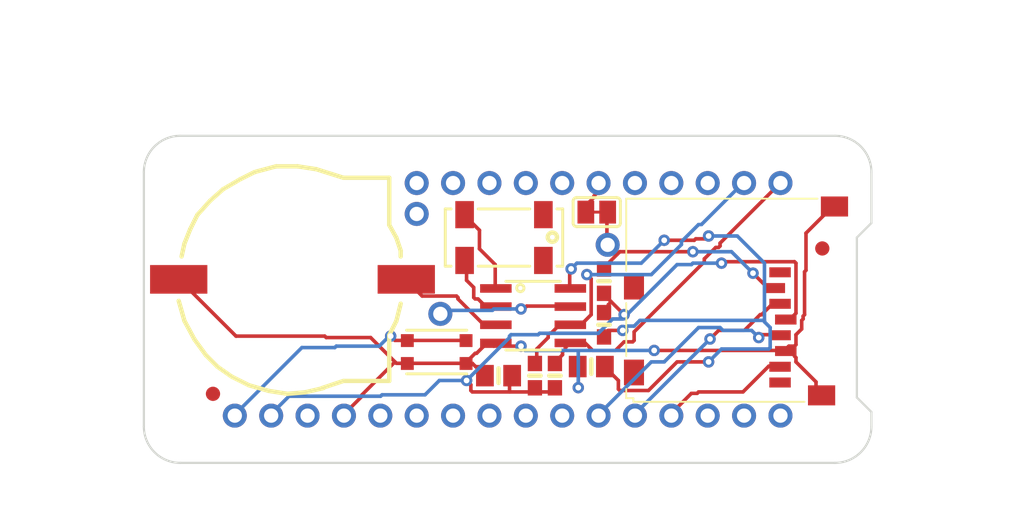
<source format=kicad_pcb>
(kicad_pcb (version 20171130) (host pcbnew "(5.1.2)-1")

  (general
    (thickness 1.6)
    (drawings 19)
    (tracks 0)
    (zones 0)
    (modules 19)
    (nets 35)
  )

  (page A4)
  (layers
    (0 Top signal)
    (31 Bottom signal)
    (32 B.Adhes user)
    (33 F.Adhes user)
    (34 B.Paste user)
    (35 F.Paste user)
    (36 B.SilkS user)
    (37 F.SilkS user)
    (38 B.Mask user)
    (39 F.Mask user)
    (40 Dwgs.User user)
    (41 Cmts.User user)
    (42 Eco1.User user)
    (43 Eco2.User user)
    (44 Edge.Cuts user)
    (45 Margin user)
    (46 B.CrtYd user)
    (47 F.CrtYd user)
    (48 B.Fab user)
    (49 F.Fab user)
  )

  (setup
    (last_trace_width 0.25)
    (trace_clearance 0.2)
    (zone_clearance 0.508)
    (zone_45_only no)
    (trace_min 0.2)
    (via_size 0.8)
    (via_drill 0.4)
    (via_min_size 0.4)
    (via_min_drill 0.3)
    (uvia_size 0.3)
    (uvia_drill 0.1)
    (uvias_allowed no)
    (uvia_min_size 0.2)
    (uvia_min_drill 0.1)
    (edge_width 0.05)
    (segment_width 0.2)
    (pcb_text_width 0.3)
    (pcb_text_size 1.5 1.5)
    (mod_edge_width 0.12)
    (mod_text_size 1 1)
    (mod_text_width 0.15)
    (pad_size 1.524 1.524)
    (pad_drill 0.762)
    (pad_to_mask_clearance 0.051)
    (solder_mask_min_width 0.25)
    (aux_axis_origin 0 0)
    (visible_elements FFFFFF7F)
    (pcbplotparams
      (layerselection 0x010fc_ffffffff)
      (usegerberextensions false)
      (usegerberattributes false)
      (usegerberadvancedattributes false)
      (creategerberjobfile false)
      (excludeedgelayer true)
      (linewidth 0.100000)
      (plotframeref false)
      (viasonmask false)
      (mode 1)
      (useauxorigin false)
      (hpglpennumber 1)
      (hpglpenspeed 20)
      (hpglpendiameter 15.000000)
      (psnegative false)
      (psa4output false)
      (plotreference true)
      (plotvalue true)
      (plotinvisibletext false)
      (padsonsilk false)
      (subtractmaskfromsilk false)
      (outputformat 1)
      (mirror false)
      (drillshape 1)
      (scaleselection 1)
      (outputdirectory ""))
  )

  (net 0 "")
  (net 1 G)
  (net 2 TX)
  (net 3 RX)
  (net 4 F)
  (net 5 E)
  (net 6 D)
  (net 7 C)
  (net 8 B)
  (net 9 A)
  (net 10 AREF)
  (net 11 USB)
  (net 12 N)
  (net 13 M)
  (net 14 L)
  (net 15 J)
  (net 16 I)
  (net 17 H)
  (net 18 SCL)
  (net 19 SDA)
  (net 20 GND)
  (net 21 MOSI)
  (net 22 MISO)
  (net 23 SCK)
  (net 24 +3V3)
  (net 25 SD_CS)
  (net 26 RESET)
  (net 27 N$7)
  (net 28 N$8)
  (net 29 VBAT)
  (net 30 EN)
  (net 31 CR1220)
  (net 32 INT1)
  (net 33 CS)
  (net 34 N$1)

  (net_class Default "This is the default net class."
    (clearance 0.2)
    (trace_width 0.25)
    (via_dia 0.8)
    (via_drill 0.4)
    (uvia_dia 0.3)
    (uvia_drill 0.1)
    (add_net +3V3)
    (add_net A)
    (add_net AREF)
    (add_net B)
    (add_net C)
    (add_net CR1220)
    (add_net CS)
    (add_net D)
    (add_net E)
    (add_net EN)
    (add_net F)
    (add_net G)
    (add_net GND)
    (add_net H)
    (add_net I)
    (add_net INT1)
    (add_net J)
    (add_net L)
    (add_net M)
    (add_net MISO)
    (add_net MOSI)
    (add_net N)
    (add_net N$1)
    (add_net N$7)
    (add_net N$8)
    (add_net RESET)
    (add_net RX)
    (add_net SCK)
    (add_net SCL)
    (add_net SDA)
    (add_net SD_CS)
    (add_net TX)
    (add_net USB)
    (add_net VBAT)
  )

  (module bm2.unrouted:MICROSD (layer Top) (tedit 0) (tstamp 5D14105F)
    (at 156.8831 112.1156 90)
    (descr "Courtesy: Adafruit Industries")
    (fp_text reference X4 (at 1.18 7.69 90) (layer F.SilkS) hide
      (effects (font (size 0.77216 0.77216) (thickness 0.146304)) (justify left bottom))
    )
    (fp_text value microsd (at 1.18 8.833 90) (layer F.Fab) hide
      (effects (font (size 0.38608 0.38608) (thickness 0.04064)) (justify left bottom))
    )
    (fp_line (start 14.15 -0.1) (end 14.15 13.25) (layer F.SilkS) (width 0.127))
    (fp_line (start 9.1 -0.1) (end 14.15 -0.1) (layer F.SilkS) (width 0.127))
    (fp_line (start 3.15 -0.1) (end 6.85 -0.1) (layer F.SilkS) (width 0.127))
    (fp_line (start -0.05 0.4) (end -0.05 12.35) (layer F.SilkS) (width 0.127))
    (fp_line (start 0.2 0.4) (end -0.05 0.4) (layer F.SilkS) (width 0.127))
    (fp_line (start 0.2 -0.1) (end 0.2 0.4) (layer F.SilkS) (width 0.127))
    (fp_line (start 0.85 -0.1) (end 0.2 -0.1) (layer F.SilkS) (width 0.127))
    (fp_line (start 11.29 19.52) (end 11.29 16.67) (layer F.Fab) (width 0.1))
    (fp_arc (start 10.44 19.52) (end 10.44 20.37) (angle -90) (layer F.Fab) (width 0.1))
    (fp_line (start 1.14 20.37) (end 10.44 20.37) (layer F.Fab) (width 0.1))
    (fp_arc (start 1.14 19.52) (end 0.29 19.52) (angle -90) (layer F.Fab) (width 0.1))
    (fp_line (start 0.29 16.72) (end 0.29 19.52) (layer F.Fab) (width 0.1))
    (fp_arc (start 10.44 16.07) (end 10.44 16.92) (angle -90) (layer F.Fab) (width 0.1))
    (fp_line (start 1.14 16.92) (end 10.44 16.92) (layer F.Fab) (width 0.1))
    (fp_arc (start 1.14 16.07) (end 0.29 16.07) (angle -90) (layer F.Fab) (width 0.1))
    (fp_line (start 0.29 15.92) (end 0.29 16.07) (layer F.Fab) (width 0.1))
    (fp_line (start 11.29 15.42) (end 11.29 14.12) (layer F.Fab) (width 0.1))
    (fp_arc (start 10.54 15.42) (end 10.54 16.17) (angle -90) (layer F.Fab) (width 0.1))
    (fp_line (start 1.09 16.17) (end 10.54 16.17) (layer F.Fab) (width 0.1))
    (fp_arc (start 1.09 15.42) (end 0.34 15.42) (angle -90) (layer F.Fab) (width 0.1))
    (fp_line (start 0.34 14.12) (end 0.34 15.42) (layer F.Fab) (width 0.1))
    (fp_line (start 9.19 11.17) (end 9.19 9.82) (layer F.Fab) (width 0.1))
    (fp_line (start 8.79 11.17) (end 9.19 11.17) (layer F.Fab) (width 0.1))
    (fp_line (start 8.79 9.77) (end 8.79 11.17) (layer F.Fab) (width 0.1))
    (fp_line (start 8.09 10.82) (end 8.09 9.77) (layer F.Fab) (width 0.1))
    (fp_line (start 7.69 10.82) (end 8.09 10.82) (layer F.Fab) (width 0.1))
    (fp_line (start 7.69 9.77) (end 7.69 10.82) (layer F.Fab) (width 0.1))
    (fp_line (start 6.99 11.22) (end 6.99 9.82) (layer F.Fab) (width 0.1))
    (fp_line (start 6.59 11.22) (end 6.99 11.22) (layer F.Fab) (width 0.1))
    (fp_line (start 6.59 9.77) (end 6.59 11.22) (layer F.Fab) (width 0.1))
    (fp_line (start 5.89 11.37) (end 5.54 11.37) (layer F.Fab) (width 0.1))
    (fp_line (start 5.89 9.92) (end 5.89 11.37) (layer F.Fab) (width 0.1))
    (fp_line (start 6.24 9.92) (end 6.24 9.77) (layer F.Fab) (width 0.1))
    (fp_line (start 5.89 9.92) (end 6.24 9.92) (layer F.Fab) (width 0.1))
    (fp_line (start 5.49 9.92) (end 5.89 9.92) (layer F.Fab) (width 0.1))
    (fp_line (start 4.79 11.22) (end 4.79 9.92) (layer F.Fab) (width 0.1))
    (fp_line (start 4.39 11.22) (end 4.79 11.22) (layer F.Fab) (width 0.1))
    (fp_line (start 4.39 9.77) (end 4.39 11.22) (layer F.Fab) (width 0.1))
    (fp_line (start 3.74 11.42) (end 3.74 9.97) (layer F.Fab) (width 0.1))
    (fp_line (start 3.29 11.42) (end 3.74 11.42) (layer F.Fab) (width 0.1))
    (fp_line (start 3.29 9.97) (end 3.29 11.42) (layer F.Fab) (width 0.1))
    (fp_line (start 4.04 9.97) (end 4.04 9.77) (layer F.Fab) (width 0.1))
    (fp_line (start 3.74 9.97) (end 4.04 9.97) (layer F.Fab) (width 0.1))
    (fp_line (start 3.29 9.97) (end 3.74 9.97) (layer F.Fab) (width 0.1))
    (fp_line (start 2.94 9.97) (end 3.29 9.97) (layer F.Fab) (width 0.1))
    (fp_line (start 2.94 9.77) (end 2.94 9.97) (layer F.Fab) (width 0.1))
    (fp_line (start 2.59 11.17) (end 2.59 9.77) (layer F.Fab) (width 0.1))
    (fp_line (start 2.19 11.17) (end 2.59 11.17) (layer F.Fab) (width 0.1))
    (fp_line (start 2.19 9.77) (end 2.19 11.17) (layer F.Fab) (width 0.1))
    (fp_line (start 1.49 11.17) (end 1.49 9.77) (layer F.Fab) (width 0.1))
    (fp_line (start 1.09 11.17) (end 1.49 11.17) (layer F.Fab) (width 0.1))
    (fp_line (start 1.09 9.82) (end 1.09 11.17) (layer F.Fab) (width 0.1))
    (fp_line (start 8.39 0.77) (end 8.39 0.17) (layer F.Fab) (width 0.1))
    (fp_line (start 8.29 0.77) (end 8.39 0.77) (layer F.Fab) (width 0.1))
    (fp_line (start 7.19 0.77) (end 7.19 0.17) (layer F.Fab) (width 0.1))
    (fp_line (start 7.39 0.77) (end 7.19 0.77) (layer F.Fab) (width 0.1))
    (fp_line (start 8.29 0.92) (end 8.54 0.92) (layer F.Fab) (width 0.1))
    (fp_line (start 7.39 0.92) (end 7.09 0.92) (layer F.Fab) (width 0.1))
    (fp_line (start 7.14 5.92) (end 8.44 5.92) (layer F.Fab) (width 0.1))
    (fp_line (start 7.39 0.47) (end 7.14 5.92) (layer F.Fab) (width 0.1))
    (fp_line (start 7.39 0.42) (end 7.39 0.47) (layer F.Fab) (width 0.1))
    (fp_arc (start 7.54 0.47) (end 7.59 0.32) (angle -90) (layer F.Fab) (width 0.1))
    (fp_line (start 7.59 1.27) (end 7.59 0.32) (layer F.Fab) (width 0.1))
    (fp_arc (start 7.84 1.27) (end 7.84 1.52) (angle 90) (layer F.Fab) (width 0.1))
    (fp_line (start 7.79 1.52) (end 7.84 1.52) (layer F.Fab) (width 0.1))
    (fp_arc (start 7.79 1.27) (end 8.04 1.27) (angle 90) (layer F.Fab) (width 0.1))
    (fp_line (start 8.04 0.32) (end 8.04 1.27) (layer F.Fab) (width 0.1))
    (fp_arc (start 8.04 0.52) (end 8.24 0.52) (angle -90) (layer F.Fab) (width 0.1))
    (fp_line (start 8.24 0.57) (end 8.24 0.52) (layer F.Fab) (width 0.1))
    (fp_line (start 8.44 5.92) (end 8.24 0.57) (layer F.Fab) (width 0.1))
    (fp_arc (start 8.59 5.92) (end 8.59 6.07) (angle 90) (layer F.Fab) (width 0.1))
    (fp_arc (start 8.59 5.92) (end 8.74 5.92) (angle 90) (layer F.Fab) (width 0.1))
    (fp_line (start 8.74 5.87) (end 8.74 5.92) (layer F.Fab) (width 0.1))
    (fp_line (start 8.49 -0.03) (end 8.74 5.87) (layer F.Fab) (width 0.1))
    (fp_line (start 7.14 0.12) (end 8.49 0.12) (layer F.Fab) (width 0.1))
    (fp_line (start 6.84 5.92) (end 7.09 -0.03) (layer F.Fab) (width 0.1))
    (fp_arc (start 6.99 5.92) (end 6.99 6.07) (angle 90) (layer F.Fab) (width 0.1))
    (fp_arc (start 6.99 5.92) (end 7.14 5.92) (angle 90) (layer F.Fab) (width 0.1))
    (fp_line (start 2.69 0.77) (end 2.69 0.17) (layer F.Fab) (width 0.1))
    (fp_line (start 2.59 0.77) (end 2.69 0.77) (layer F.Fab) (width 0.1))
    (fp_line (start 1.49 0.77) (end 1.49 0.17) (layer F.Fab) (width 0.1))
    (fp_line (start 1.69 0.77) (end 1.49 0.77) (layer F.Fab) (width 0.1))
    (fp_line (start 2.59 0.92) (end 2.84 0.92) (layer F.Fab) (width 0.1))
    (fp_line (start 1.69 0.92) (end 1.39 0.92) (layer F.Fab) (width 0.1))
    (fp_line (start 1.44 5.92) (end 2.74 5.92) (layer F.Fab) (width 0.1))
    (fp_line (start 1.69 0.47) (end 1.44 5.92) (layer F.Fab) (width 0.1))
    (fp_line (start 1.69 0.42) (end 1.69 0.47) (layer F.Fab) (width 0.1))
    (fp_arc (start 1.84 0.47) (end 1.89 0.32) (angle -90) (layer F.Fab) (width 0.1))
    (fp_line (start 1.89 1.27) (end 1.89 0.32) (layer F.Fab) (width 0.1))
    (fp_arc (start 2.14 1.27) (end 2.14 1.52) (angle 90) (layer F.Fab) (width 0.1))
    (fp_line (start 2.09 1.52) (end 2.14 1.52) (layer F.Fab) (width 0.1))
    (fp_arc (start 2.09 1.27) (end 2.34 1.27) (angle 90) (layer F.Fab) (width 0.1))
    (fp_line (start 2.34 0.32) (end 2.34 1.27) (layer F.Fab) (width 0.1))
    (fp_arc (start 2.34 0.52) (end 2.54 0.52) (angle -90) (layer F.Fab) (width 0.1))
    (fp_line (start 2.54 0.57) (end 2.54 0.52) (layer F.Fab) (width 0.1))
    (fp_line (start 2.74 5.92) (end 2.54 0.57) (layer F.Fab) (width 0.1))
    (fp_arc (start 2.89 5.92) (end 2.89 6.07) (angle 90) (layer F.Fab) (width 0.1))
    (fp_arc (start 2.89 5.92) (end 3.04 5.92) (angle 90) (layer F.Fab) (width 0.1))
    (fp_line (start 3.04 5.87) (end 3.04 5.92) (layer F.Fab) (width 0.1))
    (fp_line (start 2.79 -0.03) (end 3.04 5.87) (layer F.Fab) (width 0.1))
    (fp_line (start 1.44 0.12) (end 2.79 0.12) (layer F.Fab) (width 0.1))
    (fp_line (start 1.14 5.92) (end 1.39 -0.03) (layer F.Fab) (width 0.1))
    (fp_arc (start 1.29 5.92) (end 1.29 6.07) (angle 90) (layer F.Fab) (width 0.1))
    (fp_arc (start 1.29 5.92) (end 1.44 5.92) (angle 90) (layer F.Fab) (width 0.1))
    (fp_line (start 9.99 6.37) (end 9.99 3.87) (layer F.Fab) (width 0.1))
    (fp_arc (start 10.19 6.37) (end 10.19 6.57) (angle 90) (layer F.Fab) (width 0.1))
    (fp_line (start 10.24 6.57) (end 10.19 6.57) (layer F.Fab) (width 0.1))
    (fp_arc (start 10.24 6.32) (end 10.49 6.32) (angle 90) (layer F.Fab) (width 0.1))
    (fp_line (start 10.49 3.87) (end 10.49 6.32) (layer F.Fab) (width 0.1))
    (fp_arc (start 10.29 3.87) (end 10.29 3.67) (angle 90) (layer F.Fab) (width 0.1))
    (fp_line (start 10.19 3.67) (end 10.29 3.67) (layer F.Fab) (width 0.1))
    (fp_arc (start 10.19 3.87) (end 9.99 3.87) (angle 90) (layer F.Fab) (width 0.1))
    (fp_arc (start 1.29 10.12) (end 0.94 10.12) (angle 90) (layer F.Fab) (width 0.1))
    (fp_line (start 0.94 11.22) (end 0.94 10.12) (layer F.Fab) (width 0.1))
    (fp_arc (start 1.29 11.22) (end 1.29 11.57) (angle 90) (layer F.Fab) (width 0.1))
    (fp_line (start 4.49 11.57) (end 1.29 11.57) (layer F.Fab) (width 0.1))
    (fp_arc (start 4.49 11.22) (end 4.84 11.22) (angle 90) (layer F.Fab) (width 0.1))
    (fp_line (start 4.84 10.02) (end 4.84 11.22) (layer F.Fab) (width 0.1))
    (fp_arc (start 4.59 10.02) (end 4.59 9.77) (angle 90) (layer F.Fab) (width 0.1))
    (fp_line (start 4.39 9.77) (end 4.59 9.77) (layer F.Fab) (width 0.1))
    (fp_line (start 4.04 9.77) (end 4.39 9.77) (layer F.Fab) (width 0.1))
    (fp_line (start 2.94 9.77) (end 4.04 9.77) (layer F.Fab) (width 0.1))
    (fp_line (start 2.59 9.77) (end 2.94 9.77) (layer F.Fab) (width 0.1))
    (fp_line (start 2.19 9.77) (end 2.59 9.77) (layer F.Fab) (width 0.1))
    (fp_line (start 1.49 9.77) (end 2.19 9.77) (layer F.Fab) (width 0.1))
    (fp_line (start 1.29 9.77) (end 1.49 9.77) (layer F.Fab) (width 0.1))
    (fp_arc (start 5.74 10.07) (end 5.44 10.07) (angle 90) (layer F.Fab) (width 0.1))
    (fp_line (start 5.44 11.22) (end 5.44 10.07) (layer F.Fab) (width 0.1))
    (fp_arc (start 5.79 11.22) (end 5.79 11.57) (angle 90) (layer F.Fab) (width 0.1))
    (fp_line (start 8.99 11.57) (end 5.79 11.57) (layer F.Fab) (width 0.1))
    (fp_arc (start 8.99 11.22) (end 9.34 11.22) (angle 90) (layer F.Fab) (width 0.1))
    (fp_line (start 9.34 10.07) (end 9.34 11.22) (layer F.Fab) (width 0.1))
    (fp_arc (start 9.04 10.07) (end 9.04 9.77) (angle 90) (layer F.Fab) (width 0.1))
    (fp_line (start 8.79 9.77) (end 9.04 9.77) (layer F.Fab) (width 0.1))
    (fp_line (start 8.09 9.77) (end 8.79 9.77) (layer F.Fab) (width 0.1))
    (fp_line (start 7.69 9.77) (end 8.09 9.77) (layer F.Fab) (width 0.1))
    (fp_line (start 6.59 9.77) (end 7.69 9.77) (layer F.Fab) (width 0.1))
    (fp_line (start 6.24 9.77) (end 6.59 9.77) (layer F.Fab) (width 0.1))
    (fp_line (start 5.74 9.77) (end 6.24 9.77) (layer F.Fab) (width 0.1))
    (fp_line (start 11.94 6.47) (end 14.04 6.47) (layer F.Fab) (width 0.1))
    (fp_arc (start 11.94 6.82) (end 11.59 6.82) (angle 90) (layer F.Fab) (width 0.1))
    (fp_line (start 11.59 8.12) (end 11.59 6.82) (layer F.Fab) (width 0.1))
    (fp_arc (start 11.64 8.12) (end 11.64 8.17) (angle 90) (layer F.Fab) (width 0.1))
    (fp_line (start 11.84 8.37) (end 11.64 8.17) (layer F.Fab) (width 0.1))
    (fp_line (start 11.84 12.32) (end 11.84 8.37) (layer F.Fab) (width 0.1))
    (fp_arc (start 12.04 12.32) (end 12.04 12.52) (angle 90) (layer F.Fab) (width 0.1))
    (fp_line (start 12.09 12.52) (end 12.04 12.52) (layer F.Fab) (width 0.1))
    (fp_arc (start 12.09 12.32) (end 12.29 12.32) (angle 90) (layer F.Fab) (width 0.1))
    (fp_line (start 12.44 8.17) (end 12.29 12.32) (layer F.Fab) (width 0.1))
    (fp_arc (start 12.24 8.17) (end 12.24 7.97) (angle 90) (layer F.Fab) (width 0.1))
    (fp_line (start 12.19 7.97) (end 12.24 7.97) (layer F.Fab) (width 0.1))
    (fp_arc (start 12.19 7.82) (end 12.04 7.82) (angle -90) (layer F.Fab) (width 0.1))
    (fp_line (start 12.04 7.02) (end 12.04 7.82) (layer F.Fab) (width 0.1))
    (fp_arc (start 12.19 7.02) (end 12.19 6.87) (angle -90) (layer F.Fab) (width 0.1))
    (fp_line (start 13.24 6.87) (end 12.19 6.87) (layer F.Fab) (width 0.1))
    (fp_arc (start 13.24 7.02) (end 13.39 7.02) (angle -90) (layer F.Fab) (width 0.1))
    (fp_line (start 13.39 7.72) (end 13.39 7.02) (layer F.Fab) (width 0.1))
    (fp_arc (start 13.14 7.72) (end 13.14 7.97) (angle -90) (layer F.Fab) (width 0.1))
    (fp_arc (start 13.14 8.12) (end 12.99 8.12) (angle 90) (layer F.Fab) (width 0.1))
    (fp_line (start 13.09 12.32) (end 12.99 8.12) (layer F.Fab) (width 0.1))
    (fp_arc (start 13.29 12.32) (end 13.29 12.52) (angle 90) (layer F.Fab) (width 0.1))
    (fp_line (start 14.04 12.52) (end 13.29 12.52) (layer F.Fab) (width 0.1))
    (fp_arc (start 13.74 14.02) (end 13.94 14.02) (angle -90) (layer F.Fab) (width 0.1))
    (fp_arc (start 13.79 14.02) (end 13.79 14.17) (angle -90) (layer F.Fab) (width 0.1))
    (fp_line (start 13.74 14.17) (end 13.79 14.17) (layer F.Fab) (width 0.1))
    (fp_arc (start 13.74 14.32) (end 13.59 14.32) (angle 90) (layer F.Fab) (width 0.1))
    (fp_line (start 13.59 14.62) (end 13.59 14.32) (layer F.Fab) (width 0.1))
    (fp_arc (start 13.74 14.62) (end 13.74 14.77) (angle 90) (layer F.Fab) (width 0.1))
    (fp_line (start 13.79 14.77) (end 13.74 14.77) (layer F.Fab) (width 0.1))
    (fp_arc (start 13.79 14.92) (end 13.94 14.92) (angle -90) (layer F.Fab) (width 0.1))
    (fp_line (start 13.94 15.02) (end 13.94 14.92) (layer F.Fab) (width 0.1))
    (fp_line (start 13.34 13.82) (end 13.34 15.12) (layer F.Fab) (width 0.1))
    (fp_line (start 13.64 13.67) (end 13.64 13.47) (layer F.Fab) (width 0.1))
    (fp_line (start 13.64 13.67) (end 13.79 13.67) (layer F.Fab) (width 0.1))
    (fp_line (start 12.99 13.67) (end 13.64 13.67) (layer F.Fab) (width 0.1))
    (fp_line (start 13.79 13.47) (end 13.79 13.67) (layer F.Fab) (width 0.1))
    (fp_line (start 11.34 14.52) (end 10.84 13.97) (layer F.Fab) (width 0.1))
    (fp_line (start 11.54 14.52) (end 11.34 14.52) (layer F.Fab) (width 0.1))
    (fp_arc (start 11.49 14.92) (end 11.34 14.92) (angle 90) (layer F.Fab) (width 0.1))
    (fp_line (start 11.49 15.07) (end 11.34 14.92) (layer F.Fab) (width 0.1))
    (fp_line (start 10.49 14.92) (end 11.34 14.92) (layer F.Fab) (width 0.1))
    (fp_line (start 10.99 14.72) (end 10.49 14.72) (layer F.Fab) (width 0.1))
    (fp_line (start 10.99 14.72) (end 11.49 14.72) (layer F.Fab) (width 0.1))
    (fp_line (start 10.49 14.22) (end 10.99 14.72) (layer F.Fab) (width 0.1))
    (fp_line (start 10.49 13.87) (end 10.49 14.22) (layer F.Fab) (width 0.1))
    (fp_line (start 10.49 14.52) (end 10.74 14.52) (layer F.Fab) (width 0.1))
    (fp_line (start 10.49 14.72) (end 10.49 14.52) (layer F.Fab) (width 0.1))
    (fp_line (start 10.49 14.92) (end 10.49 14.72) (layer F.Fab) (width 0.1))
    (fp_line (start 10.49 15.12) (end 10.49 14.92) (layer F.Fab) (width 0.1))
    (fp_line (start 9.54 15.12) (end 9.54 13.62) (layer F.Fab) (width 0.1))
    (fp_line (start 10.49 15.12) (end 9.54 15.12) (layer F.Fab) (width 0.1))
    (fp_line (start 11.79 15.12) (end 10.49 15.12) (layer F.Fab) (width 0.1))
    (fp_line (start 14.04 2.32) (end 14.04 -0.03) (layer F.Fab) (width 0.1))
    (fp_line (start 14.09 2.32) (end 14.04 2.32) (layer F.Fab) (width 0.1))
    (fp_line (start 14.09 3.37) (end 14.09 2.32) (layer F.Fab) (width 0.1))
    (fp_line (start 14.04 3.37) (end 14.09 3.37) (layer F.Fab) (width 0.1))
    (fp_line (start 14.04 6.47) (end 14.04 3.37) (layer F.Fab) (width 0.1))
    (fp_line (start 14.04 7.52) (end 14.04 6.47) (layer F.Fab) (width 0.1))
    (fp_line (start 14.09 7.52) (end 14.04 7.52) (layer F.Fab) (width 0.1))
    (fp_line (start 14.09 8.57) (end 14.09 7.52) (layer F.Fab) (width 0.1))
    (fp_line (start 14.04 8.57) (end 14.09 8.57) (layer F.Fab) (width 0.1))
    (fp_line (start 14.04 11.52) (end 14.04 8.57) (layer F.Fab) (width 0.1))
    (fp_line (start 14.09 11.52) (end 14.04 11.52) (layer F.Fab) (width 0.1))
    (fp_line (start 14.09 12.52) (end 14.09 11.52) (layer F.Fab) (width 0.1))
    (fp_line (start 14.04 12.52) (end 14.09 12.52) (layer F.Fab) (width 0.1))
    (fp_line (start 14.04 13.42) (end 14.04 12.52) (layer F.Fab) (width 0.1))
    (fp_line (start 13.14 13.42) (end 14.04 13.42) (layer F.Fab) (width 0.1))
    (fp_arc (start 13.14 13.62) (end 12.94 13.62) (angle 90) (layer F.Fab) (width 0.1))
    (fp_arc (start 13.14 13.62) (end 13.14 13.82) (angle 90) (layer F.Fab) (width 0.1))
    (fp_line (start 13.34 13.82) (end 13.14 13.82) (layer F.Fab) (width 0.1))
    (fp_line (start 13.74 13.82) (end 13.34 13.82) (layer F.Fab) (width 0.1))
    (fp_arc (start 13.74 14.07) (end 13.99 14.07) (angle -90) (layer F.Fab) (width 0.1))
    (fp_line (start 13.99 14.87) (end 13.99 14.07) (layer F.Fab) (width 0.1))
    (fp_arc (start 13.74 14.87) (end 13.94 15.02) (angle -36.869898) (layer F.Fab) (width 0.1))
    (fp_arc (start 13.739999 14.869999) (end 13.74 15.12) (angle -53.130102) (layer F.Fab) (width 0.1))
    (fp_line (start 13.34 15.12) (end 13.74 15.12) (layer F.Fab) (width 0.1))
    (fp_line (start 11.79 15.12) (end 13.34 15.12) (layer F.Fab) (width 0.1))
    (fp_arc (start 11.79 14.87) (end 11.54 14.87) (angle -90) (layer F.Fab) (width 0.1))
    (fp_line (start 11.54 14.52) (end 11.54 14.87) (layer F.Fab) (width 0.1))
    (fp_line (start 11.54 14.27) (end 11.54 14.52) (layer F.Fab) (width 0.1))
    (fp_arc (start 11.44 14.27) (end 11.44 14.17) (angle 90) (layer F.Fab) (width 0.1))
    (fp_arc (start 5.74 29.830621) (end 0.04 14.17) (angle 40) (layer F.Fab) (width 0.1))
    (fp_line (start 0.04 9.42) (end 0.04 14.17) (layer F.Fab) (width 0.1))
    (fp_line (start -0.01 9.42) (end 0.04 9.42) (layer F.Fab) (width 0.1))
    (fp_line (start -0.01 8.12) (end -0.01 9.42) (layer F.Fab) (width 0.1))
    (fp_line (start 0.04 8.12) (end -0.01 8.12) (layer F.Fab) (width 0.1))
    (fp_line (start 0.04 3.07) (end 0.04 8.12) (layer F.Fab) (width 0.1))
    (fp_line (start -0.01 3.07) (end 0.04 3.07) (layer F.Fab) (width 0.1))
    (fp_line (start -0.01 1.72) (end -0.01 3.07) (layer F.Fab) (width 0.1))
    (fp_line (start 0.04 1.72) (end -0.01 1.72) (layer F.Fab) (width 0.1))
    (fp_line (start 0.04 0.47) (end 0.04 1.72) (layer F.Fab) (width 0.1))
    (fp_line (start 0.29 0.47) (end 0.04 0.47) (layer F.Fab) (width 0.1))
    (fp_line (start 0.29 -0.03) (end 0.29 0.47) (layer F.Fab) (width 0.1))
    (fp_line (start 1.39 -0.03) (end 0.29 -0.03) (layer F.Fab) (width 0.1))
    (fp_line (start 2.79 -0.03) (end 1.39 -0.03) (layer F.Fab) (width 0.1))
    (fp_line (start 10.39 -0.03) (end 2.79 -0.03) (layer F.Fab) (width 0.1))
    (fp_line (start 10.39 0.27) (end 10.39 -0.03) (layer F.Fab) (width 0.1))
    (fp_arc (start 10.59 0.27) (end 10.59 0.47) (angle 90) (layer F.Fab) (width 0.1))
    (fp_arc (start 10.59 0.27) (end 10.79 0.27) (angle 90) (layer F.Fab) (width 0.1))
    (fp_line (start 10.79 -0.03) (end 10.79 0.27) (layer F.Fab) (width 0.1))
    (fp_line (start 12.99 -0.03) (end 10.79 -0.03) (layer F.Fab) (width 0.1))
    (fp_line (start 12.99 0.27) (end 12.99 -0.03) (layer F.Fab) (width 0.1))
    (fp_arc (start 13.19 0.27) (end 13.19 0.47) (angle 90) (layer F.Fab) (width 0.1))
    (fp_arc (start 13.19 0.27) (end 13.39 0.27) (angle 90) (layer F.Fab) (width 0.1))
    (fp_line (start 13.39 -0.03) (end 13.39 0.27) (layer F.Fab) (width 0.1))
    (fp_line (start 14.04 -0.03) (end 13.39 -0.03) (layer F.Fab) (width 0.1))
    (pad 1 smd rect (at 9 10.64 90) (size 0.7 1.5) (layers Top F.Paste F.Mask)
      (solder_mask_margin 0.0508))
    (pad 2 smd rect (at 7.9 10.24 90) (size 0.7 1.5) (layers Top F.Paste F.Mask)
      (net 25 SD_CS) (solder_mask_margin 0.0508))
    (pad 3 smd rect (at 6.8 10.64 90) (size 0.7 1.5) (layers Top F.Paste F.Mask)
      (net 21 MOSI) (solder_mask_margin 0.0508))
    (pad 4 smd rect (at 5.7 11.04 90) (size 0.7 1.5) (layers Top F.Paste F.Mask)
      (net 24 +3V3) (solder_mask_margin 0.0508))
    (pad 5 smd rect (at 4.6 10.64 90) (size 0.7 1.5) (layers Top F.Paste F.Mask)
      (net 23 SCK) (solder_mask_margin 0.0508))
    (pad 6 smd rect (at 3.5 11.04 90) (size 0.7 1.5) (layers Top F.Paste F.Mask)
      (net 20 GND) (solder_mask_margin 0.0508))
    (pad 7 smd rect (at 2.4 10.64 90) (size 0.7 1.5) (layers Top F.Paste F.Mask)
      (net 22 MISO) (solder_mask_margin 0.0508))
    (pad 8 smd rect (at 1.3 10.64 90) (size 0.7 1.5) (layers Top F.Paste F.Mask)
      (solder_mask_margin 0.0508))
    (pad CD2 smd rect (at 8 0.44 180) (size 1.4 1.8) (layers Top F.Paste F.Mask)
      (solder_mask_margin 0.0508))
    (pad CD1 smd rect (at 2 0.44 180) (size 1.4 1.8) (layers Top F.Paste F.Mask)
      (solder_mask_margin 0.0508))
    (pad MT2 smd rect (at 13.6 14.44 90) (size 1.4 1.9) (layers Top F.Paste F.Mask)
      (net 20 GND) (solder_mask_margin 0.0508))
    (pad MT1 smd rect (at 0.4 13.54 90) (size 1.4 1.9) (layers Top F.Paste F.Mask)
      (net 20 GND) (solder_mask_margin 0.0508))
  )

  (module bm2.unrouted:BTN_KMR2_4.6X2.8 (layer Top) (tedit 0) (tstamp 5D141164)
    (at 143.5481 108.6866 180)
    (fp_text reference SW1 (at -2.032 -1.778 180) (layer F.SilkS) hide
      (effects (font (size 0.77216 0.77216) (thickness 0.146304)) (justify right top))
    )
    (fp_text value KMR2 (at -2.032 2.159 180) (layer F.Fab) hide
      (effects (font (size 0.38608 0.38608) (thickness 0.04064)) (justify right top))
    )
    (fp_line (start 2.1 1.5254) (end -2.1 1.5254) (layer F.SilkS) (width 0.2032))
    (fp_line (start -2.1 -1.5254) (end 2.1 -1.5254) (layer F.SilkS) (width 0.2032))
    (fp_line (start 1.05 0.8) (end -1.05 0.8) (layer F.Fab) (width 0.2032))
    (fp_arc (start -0.881399 0) (end 1.05 -0.8) (angle 44.999389) (layer F.Fab) (width 0.2032))
    (fp_line (start -1.05 -0.8) (end 1.05 -0.8) (layer F.Fab) (width 0.2032))
    (fp_arc (start 0.881399 0) (end -1.05 0.8) (angle 44.999389) (layer F.Fab) (width 0.2032))
    (fp_line (start -2.1 1.4) (end -2.1 -1.4) (layer F.Fab) (width 0.2032))
    (fp_line (start 2.1 1.4) (end -2.1 1.4) (layer F.Fab) (width 0.2032))
    (fp_line (start 2.1 -1.4) (end 2.1 1.4) (layer F.Fab) (width 0.2032))
    (fp_line (start -2.1 -1.4) (end 2.1 -1.4) (layer F.Fab) (width 0.2032))
    (fp_line (start 0 -0.2) (end 0.3 0.1) (layer F.Fab) (width 0.127))
    (fp_line (start 0 0.4) (end 0 0.3) (layer F.Fab) (width 0.127))
    (fp_line (start 0 -0.4) (end 0 -0.2) (layer F.Fab) (width 0.127))
    (fp_line (start 0 0.4) (end 0.4 0.4) (layer F.Fab) (width 0.127))
    (fp_line (start -0.4 0.4) (end 0 0.4) (layer F.Fab) (width 0.127))
    (fp_line (start 0 -0.4) (end 0.4 -0.4) (layer F.Fab) (width 0.127))
    (fp_line (start -0.4 -0.4) (end 0 -0.4) (layer F.Fab) (width 0.127))
    (pad A' smd rect (at -2.05 -0.8 180) (size 0.9 0.9) (layers Top F.Paste F.Mask)
      (net 20 GND) (solder_mask_margin 0.0508))
    (pad B' smd rect (at -2.05 0.8 180) (size 0.9 0.9) (layers Top F.Paste F.Mask)
      (net 26 RESET) (solder_mask_margin 0.0508))
    (pad B smd rect (at 2.05 0.8 180) (size 0.9 0.9) (layers Top F.Paste F.Mask)
      (net 26 RESET) (solder_mask_margin 0.0508))
    (pad A smd rect (at 2.05 -0.8 180) (size 0.9 0.9) (layers Top F.Paste F.Mask)
      (net 20 GND) (solder_mask_margin 0.0508))
  )

  (module bm2.unrouted:SOIC8_150MIL (layer Top) (tedit 0) (tstamp 5D14117C)
    (at 150.2791 106.1466 270)
    (descr "<b>Small Outline IC - 150mil Wide</b>")
    (fp_text reference IC1 (at -1.905 -0.381 270) (layer F.SilkS) hide
      (effects (font (size 0.77216 0.77216) (thickness 0.146304)) (justify right top))
    )
    (fp_text value PCF8523T (at -1.905 0.381 270) (layer F.Fab) hide
      (effects (font (size 0.38608 0.38608) (thickness 0.04064)) (justify right top))
    )
    (fp_poly (pts (xy -2.15 -2) (xy -1.66 -2) (xy -1.66 -3.1) (xy -2.15 -3.1)) (layer F.Fab) (width 0))
    (fp_poly (pts (xy -0.88 -2) (xy -0.39 -2) (xy -0.39 -3.1) (xy -0.88 -3.1)) (layer F.Fab) (width 0))
    (fp_poly (pts (xy 0.39 -2) (xy 0.88 -2) (xy 0.88 -3.1) (xy 0.39 -3.1)) (layer F.Fab) (width 0))
    (fp_poly (pts (xy 1.66 -2) (xy 2.15 -2) (xy 2.15 -3.1) (xy 1.66 -3.1)) (layer F.Fab) (width 0))
    (fp_poly (pts (xy 1.66 3.1) (xy 2.15 3.1) (xy 2.15 2) (xy 1.66 2)) (layer F.Fab) (width 0))
    (fp_poly (pts (xy 0.39 3.1) (xy 0.88 3.1) (xy 0.88 2) (xy 0.39 2)) (layer F.Fab) (width 0))
    (fp_poly (pts (xy -0.88 3.1) (xy -0.39 3.1) (xy -0.39 2) (xy -0.88 2)) (layer F.Fab) (width 0))
    (fp_poly (pts (xy -2.15 3.1) (xy -1.66 3.1) (xy -1.66 2) (xy -2.15 2)) (layer F.Fab) (width 0))
    (fp_circle (center -1.9304 0.889) (end -1.6764 0.889) (layer F.SilkS) (width 0.2032))
    (fp_line (start 2.4 -1.9) (end 2.4 1.9) (layer F.SilkS) (width 0.2032))
    (fp_line (start -2.4 1.9) (end -2.4 -1.9) (layer F.SilkS) (width 0.2032))
    (fp_line (start -2.4 -1.9) (end 2.4 -1.9) (layer F.Fab) (width 0.2032))
    (fp_line (start 2.4 1.4) (end -2.4 1.4) (layer F.Fab) (width 0.2032))
    (fp_line (start -2.4 1.4) (end -2.4 -1.9) (layer F.Fab) (width 0.2032))
    (fp_line (start -2.4 1.9) (end -2.4 1.4) (layer F.Fab) (width 0.2032))
    (fp_line (start 2.4 1.9) (end -2.4 1.9) (layer F.Fab) (width 0.2032))
    (fp_line (start 2.4 1.4) (end 2.4 1.9) (layer F.Fab) (width 0.2032))
    (fp_line (start 2.4 -1.9) (end 2.4 1.4) (layer F.Fab) (width 0.2032))
    (pad 5 smd rect (at 1.905 -2.6 270) (size 0.6 2.2) (layers Top F.Paste F.Mask)
      (net 19 SDA) (solder_mask_margin 0.0508))
    (pad 6 smd rect (at 0.635 -2.6 270) (size 0.6 2.2) (layers Top F.Paste F.Mask)
      (net 18 SCL) (solder_mask_margin 0.0508))
    (pad 8 smd rect (at -1.905 -2.6 270) (size 0.6 2.2) (layers Top F.Paste F.Mask)
      (net 34 N$1) (solder_mask_margin 0.0508))
    (pad 4 smd rect (at 1.905 2.6 270) (size 0.6 2.2) (layers Top F.Paste F.Mask)
      (net 20 GND) (solder_mask_margin 0.0508))
    (pad 3 smd rect (at 0.635 2.6 270) (size 0.6 2.2) (layers Top F.Paste F.Mask)
      (net 31 CR1220) (solder_mask_margin 0.0508))
    (pad 1 smd rect (at -1.905 2.6 270) (size 0.6 2.2) (layers Top F.Paste F.Mask)
      (net 27 N$7) (solder_mask_margin 0.0508))
    (pad 7 smd rect (at -0.635 -2.6 270) (size 0.6 2.2) (layers Top F.Paste F.Mask)
      (net 32 INT1) (solder_mask_margin 0.0508))
    (pad 2 smd rect (at -0.635 2.6 270) (size 0.6 2.2) (layers Top F.Paste F.Mask)
      (net 28 N$8) (solder_mask_margin 0.0508))
  )

  (module bm2.unrouted:CRYSTAL_8X3.8 (layer Top) (tedit 0) (tstamp 5D141199)
    (at 148.2471 100.6856)
    (descr "<p>8.0x3.8x2.5mm SMT Crystal</p>\n<p>Source: http://www.abracon.com/Resonators/abs25.pdf</p>")
    (fp_text reference Y1 (at -1.9 -2.854) (layer F.SilkS) hide
      (effects (font (size 0.77216 0.77216) (thickness 0.146304)) (justify left bottom))
    )
    (fp_text value 32khz (at -1.9 -2.327) (layer F.Fab) hide
      (effects (font (size 0.38608 0.38608) (thickness 0.04064)) (justify left bottom))
    )
    (fp_circle (center 3.3782 -0.0254) (end 3.701487 -0.0254) (layer F.SilkS) (width 0.3048))
    (fp_line (start 4.1 2) (end 3.7 2) (layer F.SilkS) (width 0.2032))
    (fp_line (start 4.1 -2) (end 4.1 2) (layer F.SilkS) (width 0.2032))
    (fp_line (start 3.7 -2) (end 4.1 -2) (layer F.SilkS) (width 0.2032))
    (fp_line (start -1.8 -2) (end 1.8 -2) (layer F.SilkS) (width 0.2032))
    (fp_line (start -1.8 2) (end 1.8 2) (layer F.SilkS) (width 0.2032))
    (fp_line (start -4.1 2) (end -3.7 2) (layer F.SilkS) (width 0.2032))
    (fp_line (start -4.1 -2) (end -4.1 2) (layer F.SilkS) (width 0.2032))
    (fp_line (start -3.7 -2) (end -4.1 -2) (layer F.SilkS) (width 0.2032))
    (fp_line (start 3.75 1.5) (end -3.25 1.5) (layer F.Fab) (width 0.2032))
    (fp_line (start 3.75 -1.5) (end 3.75 1.5) (layer F.Fab) (width 0.2032))
    (fp_line (start -3.25 -1.5) (end 3.75 -1.5) (layer F.Fab) (width 0.2032))
    (fp_line (start -3.25 1.5) (end -3.25 0.75) (layer F.Fab) (width 0.2032))
    (fp_line (start -4 1.75) (end -3.25 1.5) (layer F.Fab) (width 0.2032))
    (fp_line (start -3.25 -1.5) (end -3.25 -0.75) (layer F.Fab) (width 0.2032))
    (fp_line (start -4 -1.75) (end -3.25 -1.5) (layer F.Fab) (width 0.2032))
    (fp_circle (center -2.75 1.25) (end -2.5 1.25) (layer F.Fab) (width 0.2032))
    (fp_circle (center -2.75 -1.25) (end -2.5 -1.25) (layer F.Fab) (width 0.2032))
    (fp_line (start -2.75 0.5) (end -2.75 1.25) (layer F.Fab) (width 0.2032))
    (fp_line (start -2.75 -0.5) (end -2.75 -1.25) (layer F.Fab) (width 0.2032))
    (fp_line (start -2.75 0.5) (end -2 0.5) (layer F.Fab) (width 0.2032))
    (fp_line (start -3.5 0.5) (end -2.75 0.5) (layer F.Fab) (width 0.2032))
    (fp_line (start -2.75 -0.5) (end -2 -0.5) (layer F.Fab) (width 0.2032))
    (fp_line (start -3.5 -0.5) (end -2.75 -0.5) (layer F.Fab) (width 0.2032))
    (fp_line (start -3.5 0.25) (end -3.5 -0.25) (layer F.Fab) (width 0.2032))
    (fp_line (start -2 0.25) (end -3.5 0.25) (layer F.Fab) (width 0.2032))
    (fp_line (start -2 -0.25) (end -2 0.25) (layer F.Fab) (width 0.2032))
    (fp_line (start -3.5 -0.25) (end -2 -0.25) (layer F.Fab) (width 0.2032))
    (fp_line (start -4 -1.75) (end -4 -1.9) (layer F.Fab) (width 0.2032))
    (fp_line (start -4 1.75) (end -4 -1.75) (layer F.Fab) (width 0.2032))
    (fp_line (start -4 1.9) (end -4 1.75) (layer F.Fab) (width 0.2032))
    (fp_line (start 4 1.9) (end -4 1.9) (layer F.Fab) (width 0.2032))
    (fp_line (start 4 -1.9) (end 4 1.9) (layer F.Fab) (width 0.2032))
    (fp_line (start -4 -1.9) (end 4 -1.9) (layer F.Fab) (width 0.2032))
    (pad P$4 smd rect (at -2.75 -1.6) (size 1.3 1.9) (layers Top F.Paste F.Mask)
      (net 27 N$7) (solder_mask_margin 0.0508))
    (pad P$3 smd rect (at 2.75 -1.6) (size 1.3 1.9) (layers Top F.Paste F.Mask)
      (solder_mask_margin 0.0508))
    (pad P$2 smd rect (at 2.75 1.6) (size 1.3 1.9) (layers Top F.Paste F.Mask)
      (solder_mask_margin 0.0508))
    (pad P$1 smd rect (at -2.75 1.6) (size 1.3 1.9) (layers Top F.Paste F.Mask)
      (net 28 N$8) (solder_mask_margin 0.0508))
  )

  (module bm2.unrouted:0603-NO (layer Top) (tedit 0) (tstamp 5D1411C2)
    (at 151.8031 110.3376 270)
    (fp_text reference R1 (at 1.778 0.127 270) (layer F.SilkS) hide
      (effects (font (size 0.77216 0.77216) (thickness 0.146304)) (justify right top))
    )
    (fp_text value 10K (at 1.778 0.762 270) (layer F.Fab) hide
      (effects (font (size 0.38608 0.38608) (thickness 0.04064)) (justify right top))
    )
    (fp_line (start 0 -0.4) (end 0 0.4) (layer F.SilkS) (width 0.3048))
    (fp_poly (pts (xy -0.1999 0.3) (xy 0.1999 0.3) (xy 0.1999 -0.3) (xy -0.1999 -0.3)) (layer F.Adhes) (width 0))
    (fp_poly (pts (xy 0.3302 0.4699) (xy 0.8303 0.4699) (xy 0.8303 -0.4801) (xy 0.3302 -0.4801)) (layer F.Fab) (width 0))
    (fp_poly (pts (xy -0.8382 0.4699) (xy -0.3381 0.4699) (xy -0.3381 -0.4801) (xy -0.8382 -0.4801)) (layer F.Fab) (width 0))
    (fp_line (start -0.356 0.419) (end 0.356 0.419) (layer F.Fab) (width 0.1016))
    (fp_line (start -0.356 -0.432) (end 0.356 -0.432) (layer F.Fab) (width 0.1016))
    (fp_line (start -1.473 0.729) (end -1.473 -0.729) (layer Dwgs.User) (width 0.0508))
    (fp_line (start 1.473 0.729) (end -1.473 0.729) (layer Dwgs.User) (width 0.0508))
    (fp_line (start 1.473 -0.729) (end 1.473 0.729) (layer Dwgs.User) (width 0.0508))
    (fp_line (start -1.473 -0.729) (end 1.473 -0.729) (layer Dwgs.User) (width 0.0508))
    (pad 2 smd rect (at 0.85 0 270) (size 1.075 1) (layers Top F.Paste F.Mask)
      (net 24 +3V3) (solder_mask_margin 0.0508))
    (pad 1 smd rect (at -0.85 0 270) (size 1.075 1) (layers Top F.Paste F.Mask)
      (net 19 SDA) (solder_mask_margin 0.0508))
  )

  (module bm2.unrouted:0603-NO (layer Top) (tedit 0) (tstamp 5D1411D1)
    (at 150.4061 110.3376 270)
    (fp_text reference R2 (at 1.778 0.127 270) (layer F.SilkS) hide
      (effects (font (size 0.77216 0.77216) (thickness 0.146304)) (justify right top))
    )
    (fp_text value 10K (at 1.778 0.762 270) (layer F.Fab) hide
      (effects (font (size 0.38608 0.38608) (thickness 0.04064)) (justify right top))
    )
    (fp_line (start 0 -0.4) (end 0 0.4) (layer F.SilkS) (width 0.3048))
    (fp_poly (pts (xy -0.1999 0.3) (xy 0.1999 0.3) (xy 0.1999 -0.3) (xy -0.1999 -0.3)) (layer F.Adhes) (width 0))
    (fp_poly (pts (xy 0.3302 0.4699) (xy 0.8303 0.4699) (xy 0.8303 -0.4801) (xy 0.3302 -0.4801)) (layer F.Fab) (width 0))
    (fp_poly (pts (xy -0.8382 0.4699) (xy -0.3381 0.4699) (xy -0.3381 -0.4801) (xy -0.8382 -0.4801)) (layer F.Fab) (width 0))
    (fp_line (start -0.356 0.419) (end 0.356 0.419) (layer F.Fab) (width 0.1016))
    (fp_line (start -0.356 -0.432) (end 0.356 -0.432) (layer F.Fab) (width 0.1016))
    (fp_line (start -1.473 0.729) (end -1.473 -0.729) (layer Dwgs.User) (width 0.0508))
    (fp_line (start 1.473 0.729) (end -1.473 0.729) (layer Dwgs.User) (width 0.0508))
    (fp_line (start 1.473 -0.729) (end 1.473 0.729) (layer Dwgs.User) (width 0.0508))
    (fp_line (start -1.473 -0.729) (end 1.473 -0.729) (layer Dwgs.User) (width 0.0508))
    (pad 2 smd rect (at 0.85 0 270) (size 1.075 1) (layers Top F.Paste F.Mask)
      (net 24 +3V3) (solder_mask_margin 0.0508))
    (pad 1 smd rect (at -0.85 0 270) (size 1.075 1) (layers Top F.Paste F.Mask)
      (net 18 SCL) (solder_mask_margin 0.0508))
  )

  (module bm2.unrouted:0603-NO (layer Top) (tedit 0) (tstamp 5D1411E0)
    (at 155.2321 103.7336 270)
    (fp_text reference R3 (at 1.778 0.127 270) (layer F.SilkS) hide
      (effects (font (size 0.77216 0.77216) (thickness 0.146304)) (justify right top))
    )
    (fp_text value 100K (at 1.778 0.762 270) (layer F.Fab) hide
      (effects (font (size 0.38608 0.38608) (thickness 0.04064)) (justify right top))
    )
    (fp_line (start 0 -0.4) (end 0 0.4) (layer F.SilkS) (width 0.3048))
    (fp_poly (pts (xy -0.1999 0.3) (xy 0.1999 0.3) (xy 0.1999 -0.3) (xy -0.1999 -0.3)) (layer F.Adhes) (width 0))
    (fp_poly (pts (xy 0.3302 0.4699) (xy 0.8303 0.4699) (xy 0.8303 -0.4801) (xy 0.3302 -0.4801)) (layer F.Fab) (width 0))
    (fp_poly (pts (xy -0.8382 0.4699) (xy -0.3381 0.4699) (xy -0.3381 -0.4801) (xy -0.8382 -0.4801)) (layer F.Fab) (width 0))
    (fp_line (start -0.356 0.419) (end 0.356 0.419) (layer F.Fab) (width 0.1016))
    (fp_line (start -0.356 -0.432) (end 0.356 -0.432) (layer F.Fab) (width 0.1016))
    (fp_line (start -1.473 0.729) (end -1.473 -0.729) (layer Dwgs.User) (width 0.0508))
    (fp_line (start 1.473 0.729) (end -1.473 0.729) (layer Dwgs.User) (width 0.0508))
    (fp_line (start 1.473 -0.729) (end 1.473 0.729) (layer Dwgs.User) (width 0.0508))
    (fp_line (start -1.473 -0.729) (end 1.473 -0.729) (layer Dwgs.User) (width 0.0508))
    (pad 2 smd rect (at 0.85 0 270) (size 1.075 1) (layers Top F.Paste F.Mask)
      (net 24 +3V3) (solder_mask_margin 0.0508))
    (pad 1 smd rect (at -0.85 0 270) (size 1.075 1) (layers Top F.Paste F.Mask)
      (net 25 SD_CS) (solder_mask_margin 0.0508))
  )

  (module bm2.unrouted:CR1220-2 (layer Top) (tedit 0) (tstamp 5D1411EF)
    (at 133.1341 103.6066)
    (fp_text reference B1 (at -1.602 -0.14) (layer F.SilkS) hide
      (effects (font (size 0.77216 0.77216) (thickness 0.146304)) (justify left bottom))
    )
    (fp_text value cr1220 (at -1.602 0.868) (layer F.Fab) hide
      (effects (font (size 0.38608 0.38608) (thickness 0.04064)) (justify left bottom))
    )
    (fp_line (start 2 -7.7) (end 3.9 -7.1) (layer F.SilkS) (width 0.3048))
    (fp_line (start 2.4 7.6) (end 3.9 7.1) (layer F.SilkS) (width 0.3048))
    (fp_line (start 7.6 2.9) (end 7.9 1.7) (layer F.SilkS) (width 0.3048))
    (fp_line (start 7.1 3.9) (end 7.6 2.9) (layer F.SilkS) (width 0.3048))
    (fp_line (start 7.1 7.1) (end 7.1 3.9) (layer F.SilkS) (width 0.3048))
    (fp_line (start 7.9 -2) (end 7.9 -1.6) (layer F.SilkS) (width 0.3048))
    (fp_line (start 7.6 -2.9) (end 7.9 -2) (layer F.SilkS) (width 0.3048))
    (fp_line (start 7.1 -3.8) (end 7.6 -2.9) (layer F.SilkS) (width 0.3048))
    (fp_line (start 7.1 -7.1) (end 7.1 -3.8) (layer F.SilkS) (width 0.3048))
    (fp_line (start 3.95 7.1) (end 7.1 7.1) (layer F.SilkS) (width 0.3048))
    (fp_line (start 3.95 -7.1) (end 7.1 -7.1) (layer F.SilkS) (width 0.3048))
    (fp_line (start 1.2 7.9) (end 2.5 7.6) (layer F.SilkS) (width 0.3048))
    (fp_line (start 0 8) (end 1.2 7.9) (layer F.SilkS) (width 0.3048))
    (fp_line (start -1.3 7.8) (end 0 8) (layer F.SilkS) (width 0.3048))
    (fp_line (start -2.7 7.4) (end -1.3 7.8) (layer F.SilkS) (width 0.3048))
    (fp_line (start -3.9 6.8) (end -2.7 7.4) (layer F.SilkS) (width 0.3048))
    (fp_line (start -4.9 6.1) (end -3.9 6.8) (layer F.SilkS) (width 0.3048))
    (fp_line (start -5.7 5.3) (end -4.9 6.1) (layer F.SilkS) (width 0.3048))
    (fp_line (start -6.5 4.2) (end -5.7 5.3) (layer F.SilkS) (width 0.3048))
    (fp_line (start -7.2 2.9) (end -6.5 4.2) (layer F.SilkS) (width 0.3048))
    (fp_line (start -7.6 1.5) (end -7.2 2.9) (layer F.SilkS) (width 0.3048))
    (fp_line (start 0.7 -7.9) (end 2 -7.7) (layer F.SilkS) (width 0.3048))
    (fp_line (start -0.8 -7.9) (end 0.7 -7.9) (layer F.SilkS) (width 0.3048))
    (fp_line (start -2.3 -7.5) (end -0.8 -7.9) (layer F.SilkS) (width 0.3048))
    (fp_line (start -3.3 -7) (end -2.3 -7.5) (layer F.SilkS) (width 0.3048))
    (fp_line (start -4.5 -6.3) (end -3.3 -7) (layer F.SilkS) (width 0.3048))
    (fp_line (start -5.4 -5.5) (end -4.5 -6.3) (layer F.SilkS) (width 0.3048))
    (fp_line (start -6.3 -4.5) (end -5.4 -5.5) (layer F.SilkS) (width 0.3048))
    (fp_line (start -6.8 -3.5) (end -6.3 -4.5) (layer F.SilkS) (width 0.3048))
    (fp_line (start -7.2 -2.5) (end -6.8 -3.5) (layer F.SilkS) (width 0.3048))
    (fp_line (start -7.4 -1.6) (end -7.2 -2.5) (layer F.SilkS) (width 0.3048))
    (fp_circle (center 0.2 0) (end 6.7 0) (layer F.Fab) (width 0.3048))
    (fp_circle (center 0.2 0) (end 7.59 0) (layer F.Fab) (width 0.3048))
    (pad + smd rect (at 8.29 0) (size 4 2) (layers Top F.Paste F.Mask)
      (net 31 CR1220) (solder_mask_margin 0.0508))
    (pad - smd rect (at -7.6 0) (size 4 2) (layers Top F.Paste F.Mask)
      (net 20 GND) (solder_mask_margin 0.0508))
    (pad "" np_thru_hole circle (at -3.5 0) (size 1.5 1.5) (drill 1.5) (layers *.Cu *.Mask))
    (pad "" np_thru_hole circle (at 3.95 0) (size 1.5 1.5) (drill 1.5) (layers *.Cu *.Mask))
  )

  (module bm2.unrouted:0805-NO (layer Top) (tedit 0) (tstamp 5D141217)
    (at 154.3431 109.7026 180)
    (fp_text reference C1 (at 2.032 0.127 180) (layer F.SilkS) hide
      (effects (font (size 0.77216 0.77216) (thickness 0.146304)) (justify right top))
    )
    (fp_text value 10uF (at 2.032 0.762 180) (layer F.Fab) hide
      (effects (font (size 0.38608 0.38608) (thickness 0.04064)) (justify right top))
    )
    (fp_line (start 0 -0.508) (end 0 0.508) (layer F.SilkS) (width 0.3048))
    (fp_poly (pts (xy 0.3556 0.7239) (xy 1.1057 0.7239) (xy 1.1057 -0.7262) (xy 0.3556 -0.7262)) (layer F.Fab) (width 0))
    (fp_poly (pts (xy -1.0922 0.7239) (xy -0.3421 0.7239) (xy -0.3421 -0.7262) (xy -1.0922 -0.7262)) (layer F.Fab) (width 0))
    (fp_line (start -0.356 0.66) (end 0.381 0.66) (layer F.Fab) (width 0.1016))
    (fp_line (start -0.381 -0.66) (end 0.381 -0.66) (layer F.Fab) (width 0.1016))
    (pad 2 smd rect (at 0.95 0 180) (size 1.24 1.5) (layers Top F.Paste F.Mask)
      (net 20 GND) (solder_mask_margin 0.0508))
    (pad 1 smd rect (at -0.95 0 180) (size 1.24 1.5) (layers Top F.Paste F.Mask)
      (net 34 N$1) (solder_mask_margin 0.0508))
  )

  (module bm2.unrouted:1X11_ROUND (layer Top) (tedit 0) (tstamp 5D141221)
    (at 154.8511 96.8756)
    (fp_text reference JP1 (at -14.0462 -1.8288) (layer F.SilkS) hide
      (effects (font (size 0.77216 0.77216) (thickness 0.146304)) (justify left bottom))
    )
    (fp_text value "" (at -13.97 3.175) (layer F.Fab)
      (effects (font (size 0.38608 0.38608) (thickness 0.038608)) (justify left bottom))
    )
    (fp_poly (pts (xy 12.446 0.254) (xy 12.954 0.254) (xy 12.954 -0.254) (xy 12.446 -0.254)) (layer F.Fab) (width 0))
    (fp_poly (pts (xy 9.906 0.254) (xy 10.414 0.254) (xy 10.414 -0.254) (xy 9.906 -0.254)) (layer F.Fab) (width 0))
    (fp_poly (pts (xy -12.954 0.254) (xy -12.446 0.254) (xy -12.446 -0.254) (xy -12.954 -0.254)) (layer F.Fab) (width 0))
    (fp_poly (pts (xy -10.414 0.254) (xy -9.906 0.254) (xy -9.906 -0.254) (xy -10.414 -0.254)) (layer F.Fab) (width 0))
    (fp_poly (pts (xy -7.874 0.254) (xy -7.366 0.254) (xy -7.366 -0.254) (xy -7.874 -0.254)) (layer F.Fab) (width 0))
    (fp_poly (pts (xy -5.334 0.254) (xy -4.826 0.254) (xy -4.826 -0.254) (xy -5.334 -0.254)) (layer F.Fab) (width 0))
    (fp_poly (pts (xy -2.794 0.254) (xy -2.286 0.254) (xy -2.286 -0.254) (xy -2.794 -0.254)) (layer F.Fab) (width 0))
    (fp_poly (pts (xy -0.254 0.254) (xy 0.254 0.254) (xy 0.254 -0.254) (xy -0.254 -0.254)) (layer F.Fab) (width 0))
    (fp_poly (pts (xy 2.286 0.254) (xy 2.794 0.254) (xy 2.794 -0.254) (xy 2.286 -0.254)) (layer F.Fab) (width 0))
    (fp_poly (pts (xy 4.826 0.254) (xy 5.334 0.254) (xy 5.334 -0.254) (xy 4.826 -0.254)) (layer F.Fab) (width 0))
    (fp_poly (pts (xy 7.366 0.254) (xy 7.874 0.254) (xy 7.874 -0.254) (xy 7.366 -0.254)) (layer F.Fab) (width 0))
    (fp_line (start -13.97 -0.635) (end -13.97 0.635) (layer F.Fab) (width 0.2032))
    (pad 11 thru_hole circle (at 12.7 0 90) (size 1.6764 1.6764) (drill 1) (layers *.Cu *.Mask)
      (net 19 SDA) (solder_mask_margin 0.0508))
    (pad 10 thru_hole circle (at 10.16 0 90) (size 1.6764 1.6764) (drill 1) (layers *.Cu *.Mask)
      (net 18 SCL) (solder_mask_margin 0.0508))
    (pad 9 thru_hole circle (at 7.62 0 90) (size 1.6764 1.6764) (drill 1) (layers *.Cu *.Mask)
      (net 17 H) (solder_mask_margin 0.0508))
    (pad 8 thru_hole circle (at 5.08 0 90) (size 1.6764 1.6764) (drill 1) (layers *.Cu *.Mask)
      (net 16 I) (solder_mask_margin 0.0508))
    (pad 7 thru_hole circle (at 2.54 0 90) (size 1.6764 1.6764) (drill 1) (layers *.Cu *.Mask)
      (net 15 J) (solder_mask_margin 0.0508))
    (pad 6 thru_hole circle (at 0 0 90) (size 1.6764 1.6764) (drill 1) (layers *.Cu *.Mask)
      (net 33 CS) (solder_mask_margin 0.0508))
    (pad 5 thru_hole circle (at -2.54 0 90) (size 1.6764 1.6764) (drill 1) (layers *.Cu *.Mask)
      (net 14 L) (solder_mask_margin 0.0508))
    (pad 4 thru_hole circle (at -5.08 0 90) (size 1.6764 1.6764) (drill 1) (layers *.Cu *.Mask)
      (net 13 M) (solder_mask_margin 0.0508))
    (pad 3 thru_hole circle (at -7.62 0 90) (size 1.6764 1.6764) (drill 1) (layers *.Cu *.Mask)
      (net 12 N) (solder_mask_margin 0.0508))
    (pad 2 thru_hole circle (at -10.16 0 90) (size 1.6764 1.6764) (drill 1) (layers *.Cu *.Mask)
      (net 11 USB) (solder_mask_margin 0.0508))
    (pad 1 thru_hole circle (at -12.7 0 90) (size 1.6764 1.6764) (drill 1) (layers *.Cu *.Mask)
      (net 30 EN) (solder_mask_margin 0.0508))
  )

  (module bm2.unrouted:1X16_ROUND (layer Top) (tedit 0) (tstamp 5D14123B)
    (at 148.5011 113.1316 180)
    (descr "<b>PIN HEADER</b>")
    (fp_text reference JP2 (at -20.3962 -1.8288 180) (layer F.SilkS) hide
      (effects (font (size 0.77216 0.77216) (thickness 0.146304)) (justify right top))
    )
    (fp_text value "" (at -20.32 3.175) (layer F.Fab)
      (effects (font (size 0.38608 0.38608) (thickness 0.038608)) (justify right top))
    )
    (fp_poly (pts (xy 18.796 0.254) (xy 19.304 0.254) (xy 19.304 -0.254) (xy 18.796 -0.254)) (layer F.Fab) (width 0))
    (fp_poly (pts (xy -19.304 0.254) (xy -18.796 0.254) (xy -18.796 -0.254) (xy -19.304 -0.254)) (layer F.Fab) (width 0))
    (fp_poly (pts (xy -16.764 0.254) (xy -16.256 0.254) (xy -16.256 -0.254) (xy -16.764 -0.254)) (layer F.Fab) (width 0))
    (fp_poly (pts (xy -14.224 0.254) (xy -13.716 0.254) (xy -13.716 -0.254) (xy -14.224 -0.254)) (layer F.Fab) (width 0))
    (fp_poly (pts (xy -11.684 0.254) (xy -11.176 0.254) (xy -11.176 -0.254) (xy -11.684 -0.254)) (layer F.Fab) (width 0))
    (fp_poly (pts (xy -9.144 0.254) (xy -8.636 0.254) (xy -8.636 -0.254) (xy -9.144 -0.254)) (layer F.Fab) (width 0))
    (fp_poly (pts (xy -6.604 0.254) (xy -6.096 0.254) (xy -6.096 -0.254) (xy -6.604 -0.254)) (layer F.Fab) (width 0))
    (fp_poly (pts (xy -4.064 0.254) (xy -3.556 0.254) (xy -3.556 -0.254) (xy -4.064 -0.254)) (layer F.Fab) (width 0))
    (fp_poly (pts (xy -1.524 0.254) (xy -1.016 0.254) (xy -1.016 -0.254) (xy -1.524 -0.254)) (layer F.Fab) (width 0))
    (fp_poly (pts (xy 1.016 0.254) (xy 1.524 0.254) (xy 1.524 -0.254) (xy 1.016 -0.254)) (layer F.Fab) (width 0))
    (fp_poly (pts (xy 3.556 0.254) (xy 4.064 0.254) (xy 4.064 -0.254) (xy 3.556 -0.254)) (layer F.Fab) (width 0))
    (fp_poly (pts (xy 6.096 0.254) (xy 6.604 0.254) (xy 6.604 -0.254) (xy 6.096 -0.254)) (layer F.Fab) (width 0))
    (fp_poly (pts (xy 8.636 0.254) (xy 9.144 0.254) (xy 9.144 -0.254) (xy 8.636 -0.254)) (layer F.Fab) (width 0))
    (fp_poly (pts (xy 11.176 0.254) (xy 11.684 0.254) (xy 11.684 -0.254) (xy 11.176 -0.254)) (layer F.Fab) (width 0))
    (fp_poly (pts (xy 13.716 0.254) (xy 14.224 0.254) (xy 14.224 -0.254) (xy 13.716 -0.254)) (layer F.Fab) (width 0))
    (fp_poly (pts (xy 16.256 0.254) (xy 16.764 0.254) (xy 16.764 -0.254) (xy 16.256 -0.254)) (layer F.Fab) (width 0))
    (fp_line (start -20.32 -0.635) (end -20.32 0.635) (layer F.Fab) (width 0.2032))
    (pad 16 thru_hole circle (at 19.05 0 270) (size 1.6764 1.6764) (drill 1) (layers *.Cu *.Mask)
      (net 26 RESET) (solder_mask_margin 0.0508))
    (pad 15 thru_hole circle (at 16.51 0 270) (size 1.6764 1.6764) (drill 1) (layers *.Cu *.Mask)
      (net 24 +3V3) (solder_mask_margin 0.0508))
    (pad 14 thru_hole circle (at 13.97 0 270) (size 1.6764 1.6764) (drill 1) (layers *.Cu *.Mask)
      (net 10 AREF) (solder_mask_margin 0.0508))
    (pad 13 thru_hole circle (at 11.43 0 270) (size 1.6764 1.6764) (drill 1) (layers *.Cu *.Mask)
      (net 20 GND) (solder_mask_margin 0.0508))
    (pad 12 thru_hole circle (at 8.89 0 270) (size 1.6764 1.6764) (drill 1) (layers *.Cu *.Mask)
      (net 9 A) (solder_mask_margin 0.0508))
    (pad 11 thru_hole circle (at 6.35 0 270) (size 1.6764 1.6764) (drill 1) (layers *.Cu *.Mask)
      (net 8 B) (solder_mask_margin 0.0508))
    (pad 10 thru_hole circle (at 3.81 0 270) (size 1.6764 1.6764) (drill 1) (layers *.Cu *.Mask)
      (net 7 C) (solder_mask_margin 0.0508))
    (pad 9 thru_hole circle (at 1.27 0 270) (size 1.6764 1.6764) (drill 1) (layers *.Cu *.Mask)
      (net 6 D) (solder_mask_margin 0.0508))
    (pad 8 thru_hole circle (at -1.27 0 270) (size 1.6764 1.6764) (drill 1) (layers *.Cu *.Mask)
      (net 5 E) (solder_mask_margin 0.0508))
    (pad 7 thru_hole circle (at -3.81 0 270) (size 1.6764 1.6764) (drill 1) (layers *.Cu *.Mask)
      (net 4 F) (solder_mask_margin 0.0508))
    (pad 6 thru_hole circle (at -6.35 0 270) (size 1.6764 1.6764) (drill 1) (layers *.Cu *.Mask)
      (net 23 SCK) (solder_mask_margin 0.0508))
    (pad 5 thru_hole circle (at -8.89 0 270) (size 1.6764 1.6764) (drill 1) (layers *.Cu *.Mask)
      (net 21 MOSI) (solder_mask_margin 0.0508))
    (pad 4 thru_hole circle (at -11.43 0 270) (size 1.6764 1.6764) (drill 1) (layers *.Cu *.Mask)
      (net 22 MISO) (solder_mask_margin 0.0508))
    (pad 3 thru_hole circle (at -13.97 0 270) (size 1.6764 1.6764) (drill 1) (layers *.Cu *.Mask)
      (net 3 RX) (solder_mask_margin 0.0508))
    (pad 2 thru_hole circle (at -16.51 0 270) (size 1.6764 1.6764) (drill 1) (layers *.Cu *.Mask)
      (net 2 TX) (solder_mask_margin 0.0508))
    (pad 1 thru_hole circle (at -19.05 0 270) (size 1.6764 1.6764) (drill 1) (layers *.Cu *.Mask)
      (net 1 G) (solder_mask_margin 0.0508))
  )

  (module bm2.unrouted:1X01_ROUND (layer Top) (tedit 0) (tstamp 5D14125F)
    (at 142.1511 99.0346)
    (fp_text reference JP3 (at -1.3462 -1.8288) (layer F.SilkS) hide
      (effects (font (size 0.77216 0.77216) (thickness 0.146304)) (justify left bottom))
    )
    (fp_text value "" (at -1.27 3.175) (layer F.Fab)
      (effects (font (size 0.38608 0.38608) (thickness 0.038608)) (justify left bottom))
    )
    (fp_poly (pts (xy -0.254 0.254) (xy 0.254 0.254) (xy 0.254 -0.254) (xy -0.254 -0.254)) (layer F.Fab) (width 0))
    (pad 1 thru_hole circle (at 0 0 90) (size 1.6764 1.6764) (drill 1) (layers *.Cu *.Mask)
      (net 29 VBAT) (solder_mask_margin 0.0508))
  )

  (module bm2.unrouted:1X01_ROUND (layer Top) (tedit 0) (tstamp 5D141264)
    (at 155.4861 101.1936)
    (fp_text reference SDCS (at -1.3462 -1.8288) (layer F.SilkS) hide
      (effects (font (size 0.77216 0.77216) (thickness 0.146304)) (justify left bottom))
    )
    (fp_text value "" (at -1.27 3.175) (layer F.Fab)
      (effects (font (size 0.38608 0.38608) (thickness 0.038608)) (justify left bottom))
    )
    (fp_poly (pts (xy -0.254 0.254) (xy 0.254 0.254) (xy 0.254 -0.254) (xy -0.254 -0.254)) (layer F.Fab) (width 0))
    (pad 1 thru_hole circle (at 0 0 90) (size 1.6764 1.6764) (drill 1) (layers *.Cu *.Mask)
      (net 25 SD_CS) (solder_mask_margin 0.0508))
  )

  (module bm2.unrouted:SOLDERJUMPER_CLOSEDWIRE (layer Top) (tedit 0) (tstamp 5D141269)
    (at 154.7241 98.9076)
    (fp_text reference SJ1 (at -1.651 -1.27) (layer F.SilkS) hide
      (effects (font (size 0.77216 0.77216) (thickness 0.146304)) (justify left bottom))
    )
    (fp_text value "" (at -1.524 1.651) (layer F.Fab)
      (effects (font (size 0.38608 0.38608) (thickness 0.038608)) (justify left bottom))
    )
    (fp_poly (pts (xy -1.27 -0.762) (xy 1.27 -0.762) (xy 1.27 0.762) (xy -1.27 0.762)) (layer F.Mask) (width 0))
    (fp_arc (start 0.254 0) (end 0.254 -0.127) (angle 180) (layer F.Fab) (width 1.27))
    (fp_arc (start -0.254 0) (end -0.254 0.127) (angle 180) (layer F.Fab) (width 1.27))
    (fp_line (start -1.016 0) (end -1.524 0) (layer F.Fab) (width 0.2032))
    (fp_line (start 1.016 0) (end 1.524 0) (layer F.Fab) (width 0.2032))
    (fp_line (start -1.397 -1.016) (end 1.397 -1.016) (layer F.SilkS) (width 0.2032))
    (fp_line (start -1.651 0.762) (end -1.651 -0.762) (layer F.SilkS) (width 0.2032))
    (fp_line (start 1.651 0.762) (end 1.651 -0.762) (layer F.SilkS) (width 0.2032))
    (fp_arc (start 1.397 0.762) (end 1.397 1.016) (angle -90) (layer F.SilkS) (width 0.2032))
    (fp_arc (start -1.397 0.762) (end -1.651 0.762) (angle -90) (layer F.SilkS) (width 0.2032))
    (fp_arc (start -1.397 -0.762) (end -1.651 -0.762) (angle 90) (layer F.SilkS) (width 0.2032))
    (fp_arc (start 1.397 -0.762) (end 1.397 -1.016) (angle 90) (layer F.SilkS) (width 0.2032))
    (fp_line (start 1.397 1.016) (end -1.397 1.016) (layer F.SilkS) (width 0.2032))
    (pad WIRE smd rect (at 0 0) (size 0.635 0.2032) (layers Top F.Mask)
      (solder_mask_margin 0.0508))
    (pad 2 smd rect (at 0.762 0) (size 1.1684 1.6002) (layers Top F.Mask)
      (net 25 SD_CS) (solder_mask_margin 0.0508))
    (pad 1 smd rect (at -0.762 0) (size 1.1684 1.6002) (layers Top F.Mask)
      (net 33 CS) (solder_mask_margin 0.0508))
  )

  (module bm2.unrouted:1X01_ROUND (layer Top) (tedit 0) (tstamp 5D14127C)
    (at 143.8021 106.0196)
    (fp_text reference INT1 (at -1.3462 -1.8288) (layer F.SilkS) hide
      (effects (font (size 0.77216 0.77216) (thickness 0.146304)) (justify left bottom))
    )
    (fp_text value "" (at -1.27 3.175) (layer F.Fab)
      (effects (font (size 0.38608 0.38608) (thickness 0.038608)) (justify left bottom))
    )
    (fp_poly (pts (xy -0.254 0.254) (xy 0.254 0.254) (xy 0.254 -0.254) (xy -0.254 -0.254)) (layer F.Fab) (width 0))
    (pad 1 thru_hole circle (at 0 0 90) (size 1.6764 1.6764) (drill 1) (layers *.Cu *.Mask)
      (net 32 INT1) (solder_mask_margin 0.0508))
  )

  (module bm2.unrouted:FIDUCIAL_1MM (layer Top) (tedit 0) (tstamp 5D141281)
    (at 170.4721 101.4476)
    (fp_text reference FID1 (at 0 0) (layer F.SilkS) hide
      (effects (font (size 1.27 1.27) (thickness 0.15)))
    )
    (fp_text value FIDUCIAL_1MM (at 0 0) (layer F.SilkS) hide
      (effects (font (size 1.27 1.27) (thickness 0.15)))
    )
    (fp_arc (start 0 0) (end 0 0.75) (angle 90) (layer Dwgs.User) (width 0.5))
    (fp_arc (start 0 0) (end 0.75 0) (angle 90) (layer Dwgs.User) (width 0.5))
    (fp_arc (start 0 0) (end 0 -0.75) (angle 90) (layer Dwgs.User) (width 0.5))
    (fp_arc (start 0 0) (end -0.75 0) (angle 90) (layer Dwgs.User) (width 0.5))
    (fp_arc (start 0 0) (end 0 0.75) (angle 90) (layer Dwgs.User) (width 0.5))
    (fp_arc (start 0 0) (end 0.75 0) (angle 90) (layer Dwgs.User) (width 0.5))
    (fp_arc (start 0 0) (end 0 -0.75) (angle 90) (layer Dwgs.User) (width 0.5))
    (fp_arc (start 0 0) (end -0.75 0) (angle 90) (layer Dwgs.User) (width 0.5))
    (fp_arc (start 0 0) (end 0 0.75) (angle 90) (layer F.Mask) (width 0.5))
    (fp_arc (start 0 0) (end 0.75 0) (angle 90) (layer F.Mask) (width 0.5))
    (fp_arc (start 0 0) (end 0 -0.75) (angle 90) (layer F.Mask) (width 0.5))
    (fp_arc (start 0 0) (end -0.75 0) (angle 90) (layer F.Mask) (width 0.5))
    (pad 1 smd roundrect (at 0 0) (size 1 1) (layers Top F.Mask) (roundrect_rratio 0.5)
      (solder_mask_margin 0.0508))
  )

  (module bm2.unrouted:FIDUCIAL_1MM (layer Top) (tedit 0) (tstamp 5D141291)
    (at 127.9271 111.6076)
    (fp_text reference FID2 (at 0 0) (layer F.SilkS) hide
      (effects (font (size 1.27 1.27) (thickness 0.15)))
    )
    (fp_text value FIDUCIAL_1MM (at 0 0) (layer F.SilkS) hide
      (effects (font (size 1.27 1.27) (thickness 0.15)))
    )
    (fp_arc (start 0 0) (end 0 0.75) (angle 90) (layer Dwgs.User) (width 0.5))
    (fp_arc (start 0 0) (end 0.75 0) (angle 90) (layer Dwgs.User) (width 0.5))
    (fp_arc (start 0 0) (end 0 -0.75) (angle 90) (layer Dwgs.User) (width 0.5))
    (fp_arc (start 0 0) (end -0.75 0) (angle 90) (layer Dwgs.User) (width 0.5))
    (fp_arc (start 0 0) (end 0 0.75) (angle 90) (layer Dwgs.User) (width 0.5))
    (fp_arc (start 0 0) (end 0.75 0) (angle 90) (layer Dwgs.User) (width 0.5))
    (fp_arc (start 0 0) (end 0 -0.75) (angle 90) (layer Dwgs.User) (width 0.5))
    (fp_arc (start 0 0) (end -0.75 0) (angle 90) (layer Dwgs.User) (width 0.5))
    (fp_arc (start 0 0) (end 0 0.75) (angle 90) (layer F.Mask) (width 0.5))
    (fp_arc (start 0 0) (end 0.75 0) (angle 90) (layer F.Mask) (width 0.5))
    (fp_arc (start 0 0) (end 0 -0.75) (angle 90) (layer F.Mask) (width 0.5))
    (fp_arc (start 0 0) (end -0.75 0) (angle 90) (layer F.Mask) (width 0.5))
    (pad 1 smd roundrect (at 0 0) (size 1 1) (layers Top F.Mask) (roundrect_rratio 0.5)
      (solder_mask_margin 0.0508))
  )

  (module bm2.unrouted:0603-NO (layer Top) (tedit 0) (tstamp 5D1412A1)
    (at 155.2321 106.7816 270)
    (fp_text reference R4 (at 1.778 0.127 270) (layer F.SilkS) hide
      (effects (font (size 0.77216 0.77216) (thickness 0.146304)) (justify right top))
    )
    (fp_text value 1K (at 1.778 0.762 270) (layer F.Fab) hide
      (effects (font (size 0.38608 0.38608) (thickness 0.04064)) (justify right top))
    )
    (fp_line (start 0 -0.4) (end 0 0.4) (layer F.SilkS) (width 0.3048))
    (fp_poly (pts (xy -0.1999 0.3) (xy 0.1999 0.3) (xy 0.1999 -0.3) (xy -0.1999 -0.3)) (layer F.Adhes) (width 0))
    (fp_poly (pts (xy 0.3302 0.4699) (xy 0.8303 0.4699) (xy 0.8303 -0.4801) (xy 0.3302 -0.4801)) (layer F.Fab) (width 0))
    (fp_poly (pts (xy -0.8382 0.4699) (xy -0.3381 0.4699) (xy -0.3381 -0.4801) (xy -0.8382 -0.4801)) (layer F.Fab) (width 0))
    (fp_line (start -0.356 0.419) (end 0.356 0.419) (layer F.Fab) (width 0.1016))
    (fp_line (start -0.356 -0.432) (end 0.356 -0.432) (layer F.Fab) (width 0.1016))
    (fp_line (start -1.473 0.729) (end -1.473 -0.729) (layer Dwgs.User) (width 0.0508))
    (fp_line (start 1.473 0.729) (end -1.473 0.729) (layer Dwgs.User) (width 0.0508))
    (fp_line (start 1.473 -0.729) (end 1.473 0.729) (layer Dwgs.User) (width 0.0508))
    (fp_line (start -1.473 -0.729) (end 1.473 -0.729) (layer Dwgs.User) (width 0.0508))
    (pad 2 smd rect (at 0.85 0 270) (size 1.075 1) (layers Top F.Paste F.Mask)
      (net 34 N$1) (solder_mask_margin 0.0508))
    (pad 1 smd rect (at -0.85 0 270) (size 1.075 1) (layers Top F.Paste F.Mask)
      (net 24 +3V3) (solder_mask_margin 0.0508))
  )

  (module bm2.unrouted:0805-NO (layer Top) (tedit 0) (tstamp 5D1412B0)
    (at 147.8661 110.3376 180)
    (fp_text reference C2 (at 2.032 0.127 180) (layer F.SilkS) hide
      (effects (font (size 0.77216 0.77216) (thickness 0.146304)) (justify right top))
    )
    (fp_text value 10uF (at 2.032 0.762 180) (layer F.Fab) hide
      (effects (font (size 0.38608 0.38608) (thickness 0.04064)) (justify right top))
    )
    (fp_line (start 0 -0.508) (end 0 0.508) (layer F.SilkS) (width 0.3048))
    (fp_poly (pts (xy 0.3556 0.7239) (xy 1.1057 0.7239) (xy 1.1057 -0.7262) (xy 0.3556 -0.7262)) (layer F.Fab) (width 0))
    (fp_poly (pts (xy -1.0922 0.7239) (xy -0.3421 0.7239) (xy -0.3421 -0.7262) (xy -1.0922 -0.7262)) (layer F.Fab) (width 0))
    (fp_line (start -0.356 0.66) (end 0.381 0.66) (layer F.Fab) (width 0.1016))
    (fp_line (start -0.381 -0.66) (end 0.381 -0.66) (layer F.Fab) (width 0.1016))
    (pad 2 smd rect (at 0.95 0 180) (size 1.24 1.5) (layers Top F.Paste F.Mask)
      (net 20 GND) (solder_mask_margin 0.0508))
    (pad 1 smd rect (at -0.95 0 180) (size 1.24 1.5) (layers Top F.Paste F.Mask)
      (net 24 +3V3) (solder_mask_margin 0.0508))
  )

  (gr_arc (start 171.3611 96.1136) (end 171.3611 93.5736) (angle 90) (layer Edge.Cuts) (width 0.15) (tstamp 270D1FD0))
  (gr_line (start 173.9011 96.1136) (end 173.9011 99.6696) (layer Edge.Cuts) (width 0.15) (tstamp 270D15D0))
  (gr_line (start 173.9011 99.6696) (end 172.8851 100.6856) (layer Edge.Cuts) (width 0.15) (tstamp 270D17B0))
  (gr_line (start 172.8851 100.6856) (end 172.8851 111.8616) (layer Edge.Cuts) (width 0.15) (tstamp 270D1350))
  (gr_line (start 172.8851 111.8616) (end 173.9011 112.8776) (layer Edge.Cuts) (width 0.15) (tstamp 270D09F0))
  (gr_line (start 173.9011 112.8776) (end 173.9011 113.8936) (layer Edge.Cuts) (width 0.15) (tstamp 270D08B0))
  (gr_arc (start 171.3611 113.8936) (end 173.9011 113.8936) (angle 90) (layer Edge.Cuts) (width 0.15) (tstamp 270D04F0))
  (gr_line (start 171.3611 116.4336) (end 125.6411 116.4336) (layer Edge.Cuts) (width 0.15) (tstamp 270D1530))
  (gr_arc (start 125.6411 113.8936) (end 125.6411 116.4336) (angle 90) (layer Edge.Cuts) (width 0.15) (tstamp 270D1C10))
  (gr_line (start 123.1011 113.8936) (end 123.1011 96.1136) (layer Edge.Cuts) (width 0.15) (tstamp 270D10D0))
  (gr_arc (start 125.6411 96.1136) (end 123.1011 96.1136) (angle 90) (layer Edge.Cuts) (width 0.15) (tstamp 270D0950))
  (gr_line (start 171.3611 93.5736) (end 125.6411 93.5736) (layer Edge.Cuts) (width 0.15) (tstamp 270D1CB0))
  (dimension 22.86 (width 0.1) (layer Dwgs.User)
    (gr_text "22.860 mm" (at 116.7711 105.0036 90) (layer Dwgs.User)
      (effects (font (size 1 1) (thickness 0.15)))
    )
    (feature1 (pts (xy 147.0406 93.5736) (xy 117.434679 93.5736)))
    (feature2 (pts (xy 147.0406 116.4336) (xy 117.434679 116.4336)))
    (crossbar (pts (xy 118.0211 116.4336) (xy 118.0211 93.5736)))
    (arrow1a (pts (xy 118.0211 93.5736) (xy 118.607521 94.700104)))
    (arrow1b (pts (xy 118.0211 93.5736) (xy 117.434679 94.700104)))
    (arrow2a (pts (xy 118.0211 116.4336) (xy 118.607521 115.307096)))
    (arrow2b (pts (xy 118.0211 116.4336) (xy 117.434679 115.307096)))
  )
  (dimension 17.653 (width 0.1) (layer Dwgs.User)
    (gr_text "17.653 mm" (at 120.2001 105.0671 90) (layer Dwgs.User)
      (effects (font (size 1 1) (thickness 0.15)))
    )
    (feature1 (pts (xy 125.6411 96.2406) (xy 120.863679 96.2406)))
    (feature2 (pts (xy 125.6411 113.8936) (xy 120.863679 113.8936)))
    (crossbar (pts (xy 121.4501 113.8936) (xy 121.4501 96.2406)))
    (arrow1a (pts (xy 121.4501 96.2406) (xy 122.036521 97.367104)))
    (arrow1b (pts (xy 121.4501 96.2406) (xy 120.863679 97.367104)))
    (arrow2a (pts (xy 121.4501 113.8936) (xy 122.036521 112.767096)))
    (arrow2b (pts (xy 121.4501 113.8936) (xy 120.863679 112.767096)))
  )
  (dimension 50.8 (width 0.1) (layer Dwgs.User)
    (gr_text "50.800 mm" (at 148.5011 84.8306) (layer Dwgs.User)
      (effects (font (size 1 1) (thickness 0.15)))
    )
    (feature1 (pts (xy 173.9011 102.8446) (xy 173.9011 85.494179)))
    (feature2 (pts (xy 123.1011 102.8446) (xy 123.1011 85.494179)))
    (crossbar (pts (xy 123.1011 86.0806) (xy 173.9011 86.0806)))
    (arrow1a (pts (xy 173.9011 86.0806) (xy 172.774596 86.667021)))
    (arrow1b (pts (xy 173.9011 86.0806) (xy 172.774596 85.494179)))
    (arrow2a (pts (xy 123.1011 86.0806) (xy 124.227604 86.667021)))
    (arrow2b (pts (xy 123.1011 86.0806) (xy 124.227604 85.494179)))
  )
  (dimension 45.72 (width 0.1) (layer Dwgs.User)
    (gr_text "45.720 mm" (at 148.5011 88.7676) (layer Dwgs.User)
      (effects (font (size 1 1) (thickness 0.15)))
    )
    (feature1 (pts (xy 171.3611 96.1771) (xy 171.3611 89.431179)))
    (feature2 (pts (xy 125.6411 96.1771) (xy 125.6411 89.431179)))
    (crossbar (pts (xy 125.6411 90.0176) (xy 171.3611 90.0176)))
    (arrow1a (pts (xy 171.3611 90.0176) (xy 170.234596 90.604021)))
    (arrow1b (pts (xy 171.3611 90.0176) (xy 170.234596 89.431179)))
    (arrow2a (pts (xy 125.6411 90.0176) (xy 126.767604 90.604021)))
    (arrow2b (pts (xy 125.6411 90.0176) (xy 126.767604 89.431179)))
  )
  (dimension 2.413 (width 0.1) (layer Dwgs.User)
    (gr_text "2.413 mm" (at 125.7046 121.1126) (layer Dwgs.User)
      (effects (font (size 1 1) (thickness 0.15)))
    )
    (feature1 (pts (xy 126.9111 113.8936) (xy 126.9111 120.449021)))
    (feature2 (pts (xy 124.4981 113.8936) (xy 124.4981 120.449021)))
    (crossbar (pts (xy 124.4981 119.8626) (xy 126.9111 119.8626)))
    (arrow1a (pts (xy 126.9111 119.8626) (xy 125.784596 120.449021)))
    (arrow1b (pts (xy 126.9111 119.8626) (xy 125.784596 119.276179)))
    (arrow2a (pts (xy 124.4981 119.8626) (xy 125.624604 120.449021)))
    (arrow2b (pts (xy 124.4981 119.8626) (xy 125.624604 119.276179)))
  )
  (dimension 15.621 (width 0.1) (layer Dwgs.User)
    (gr_text "15.621 mm" (at 183.1521 108.6231 90) (layer Dwgs.User)
      (effects (font (size 1 1) (thickness 0.15)))
    )
    (feature1 (pts (xy 171.1071 100.8126) (xy 182.488521 100.8126)))
    (feature2 (pts (xy 171.1071 116.4336) (xy 182.488521 116.4336)))
    (crossbar (pts (xy 181.9021 116.4336) (xy 181.9021 100.8126)))
    (arrow1a (pts (xy 181.9021 100.8126) (xy 182.488521 101.939104)))
    (arrow1b (pts (xy 181.9021 100.8126) (xy 181.315679 101.939104)))
    (arrow2a (pts (xy 181.9021 116.4336) (xy 182.488521 115.307096)))
    (arrow2b (pts (xy 181.9021 116.4336) (xy 181.315679 115.307096)))
  )
  (dimension 4.572 (width 0.1) (layer Dwgs.User)
    (gr_text "4.572 mm" (at 179.3421 114.1476 90) (layer Dwgs.User)
      (effects (font (size 1 1) (thickness 0.15)))
    )
    (feature1 (pts (xy 171.6786 111.8616) (xy 178.678521 111.8616)))
    (feature2 (pts (xy 171.6786 116.4336) (xy 178.678521 116.4336)))
    (crossbar (pts (xy 178.0921 116.4336) (xy 178.0921 111.8616)))
    (arrow1a (pts (xy 178.0921 111.8616) (xy 178.678521 112.988104)))
    (arrow1b (pts (xy 178.0921 111.8616) (xy 177.505679 112.988104)))
    (arrow2a (pts (xy 178.0921 116.4336) (xy 178.678521 115.307096)))
    (arrow2b (pts (xy 178.0921 116.4336) (xy 177.505679 115.307096)))
  )



(segment (start 150.33410 109.47560) (end 150.53410 109.27560) (width 0.25000) (layer Top) (net 18))
(segment (start 150.53410 109.27560) (end 150.53410 108.47560) (width 0.25000) (layer Top) (net 18))
(segment (start 150.53410 108.47560) (end 151.33410 107.67560) (width 0.25000) (layer Top) (net 18))
(segment (start 151.33410 107.67560) (end 151.33410 107.47560) (width 0.25000) (layer Top) (net 18))
(segment (start 151.33410 107.47560) (end 151.43410 107.37560) (width 0.25000) (layer Top) (net 18))
(segment (start 151.43410 107.37560) (end 151.53410 107.37560) (width 0.25000) (layer Top) (net 18))
(segment (start 151.53410 107.37560) (end 152.03410 106.87560) (width 0.25000) (layer Top) (net 18))
(segment (start 152.03410 106.87560) (end 152.73410 106.87560) (width 0.25000) (layer Top) (net 18))
(segment (start 152.73410 106.87560) (end 152.83410 106.77560) (width 0.25000) (layer Top) (net 18))
(segment (start 164.93410 96.87560) (end 162.03410 99.77560) (width 0.25000) (layer Bottom) (net 18))
(segment (start 162.03410 99.77560) (end 161.83410 99.77560) (width 0.25000) (layer Bottom) (net 18))
(segment (start 161.83410 99.77560) (end 160.63410 100.97560) (width 0.25000) (layer Bottom) (net 18))
(segment (start 160.63410 100.97560) (end 160.63410 101.17560) (width 0.25000) (layer Bottom) (net 18))
(segment (start 160.63410 101.17560) (end 158.53410 103.27560) (width 0.25000) (layer Bottom) (net 18))
(segment (start 158.53410 103.27560) (end 154.03410 103.27560) (width 0.25000) (layer Bottom) (net 18))
(via (at 154.03410 103.27560) (size 0.80000) (drill 0.40000) (layers Top Bottom) (net 18))
(segment (start 154.03410 103.27560) (end 154.33410 103.57560) (width 0.25000) (layer Top) (net 18))
(segment (start 154.33410 103.57560) (end 154.33410 106.07560) (width 0.25000) (layer Top) (net 18))
(segment (start 154.33410 106.07560) (end 153.63410 106.77560) (width 0.25000) (layer Top) (net 18))
(segment (start 153.63410 106.77560) (end 152.83410 106.77560) (width 0.25000) (layer Top) (net 18))
(segment (start 151.73410 109.47560) (end 152.33410 108.87560) (width 0.25000) (layer Top) (net 19))
(segment (start 152.33410 108.87560) (end 152.33410 108.67560) (width 0.25000) (layer Top) (net 19))
(segment (start 152.33410 108.67560) (end 152.53410 108.47560) (width 0.25000) (layer Top) (net 19))
(segment (start 152.53410 108.47560) (end 152.53410 108.37560) (width 0.25000) (layer Top) (net 19))
(segment (start 152.53410 108.37560) (end 152.63410 108.27560) (width 0.25000) (layer Top) (net 19))
(segment (start 152.63410 108.27560) (end 152.63410 108.17560) (width 0.25000) (layer Top) (net 19))
(segment (start 152.63410 108.17560) (end 152.83410 107.97560) (width 0.25000) (layer Top) (net 19))
(segment (start 167.53410 96.87560) (end 163.33410 101.07560) (width 0.25000) (layer Top) (net 19))
(segment (start 163.33410 101.07560) (end 163.33410 101.27560) (width 0.25000) (layer Top) (net 19))
(segment (start 163.33410 101.27560) (end 163.23410 101.37560) (width 0.25000) (layer Top) (net 19))
(segment (start 163.23410 101.37560) (end 163.03410 101.37560) (width 0.25000) (layer Top) (net 19))
(segment (start 163.03410 101.37560) (end 162.23410 102.17560) (width 0.25000) (layer Top) (net 19))
(segment (start 162.23410 102.17560) (end 162.23410 102.37560) (width 0.25000) (layer Top) (net 19))
(segment (start 162.23410 102.37560) (end 157.33410 107.27560) (width 0.25000) (layer Top) (net 19))
(segment (start 157.33410 107.27560) (end 157.33410 107.87560) (width 0.25000) (layer Top) (net 19))
(segment (start 157.33410 107.87560) (end 157.23410 107.97560) (width 0.25000) (layer Top) (net 19))
(segment (start 157.23410 107.97560) (end 156.63410 107.97560) (width 0.25000) (layer Top) (net 19))
(segment (start 156.63410 107.97560) (end 156.03410 108.57560) (width 0.25000) (layer Top) (net 19))
(segment (start 156.03410 108.57560) (end 154.43410 108.57560) (width 0.25000) (layer Top) (net 19))
(segment (start 154.43410 108.57560) (end 153.83410 107.97560) (width 0.25000) (layer Top) (net 19))
(segment (start 153.83410 107.97560) (end 152.83410 107.97560) (width 0.25000) (layer Top) (net 19))
(segment (start 171.23410 98.47560) (end 169.33410 100.37560) (width 0.25000) (layer Top) (net 20))
(segment (start 169.33410 100.37560) (end 169.33410 102.97560) (width 0.25000) (layer Top) (net 20))
(segment (start 169.33410 102.97560) (end 169.23410 103.07560) (width 0.25000) (layer Top) (net 20))
(segment (start 169.23410 103.07560) (end 169.23410 106.07560) (width 0.25000) (layer Top) (net 20))
(segment (start 169.23410 106.07560) (end 169.13410 106.17560) (width 0.25000) (layer Top) (net 20))
(segment (start 169.13410 106.17560) (end 169.13410 106.37560) (width 0.25000) (layer Top) (net 20))
(segment (start 169.13410 106.37560) (end 169.03410 106.47560) (width 0.25000) (layer Top) (net 20))
(segment (start 169.03410 106.47560) (end 169.03410 107.07560) (width 0.25000) (layer Top) (net 20))
(segment (start 169.03410 107.07560) (end 168.63410 107.47560) (width 0.25000) (layer Top) (net 20))
(segment (start 168.63410 107.47560) (end 168.63410 108.17560) (width 0.25000) (layer Top) (net 20))
(segment (start 168.63410 108.17560) (end 168.53410 108.27560) (width 0.25000) (layer Top) (net 20))
(segment (start 168.53410 108.27560) (end 168.13410 108.27560) (width 0.25000) (layer Top) (net 20))
(segment (start 168.13410 108.27560) (end 167.83410 108.57560) (width 0.25000) (layer Top) (net 20))
(segment (start 170.33410 111.67560) (end 170.03410 111.37560) (width 0.25000) (layer Top) (net 20))
(segment (start 170.03410 111.37560) (end 170.03410 110.77560) (width 0.25000) (layer Top) (net 20))
(segment (start 170.03410 110.77560) (end 168.63410 109.37560) (width 0.25000) (layer Top) (net 20))
(segment (start 168.63410 109.37560) (end 168.63410 109.07560) (width 0.25000) (layer Top) (net 20))
(segment (start 168.63410 109.07560) (end 168.53410 108.97560) (width 0.25000) (layer Top) (net 20))
(segment (start 168.53410 108.97560) (end 168.53410 108.27560) (width 0.25000) (layer Top) (net 20))
(segment (start 145.53410 109.47560) (end 146.23410 108.77560) (width 0.25000) (layer Top) (net 20))
(segment (start 146.23410 108.77560) (end 146.33410 108.77560) (width 0.25000) (layer Top) (net 20))
(segment (start 146.33410 108.77560) (end 146.83410 108.27560) (width 0.25000) (layer Top) (net 20))
(segment (start 146.83410 108.27560) (end 149.43410 108.27560) (width 0.25000) (layer Top) (net 20))
(via (at 149.43410 108.27560) (size 0.80000) (drill 0.40000) (layers Top Bottom) (net 20))
(segment (start 149.43410 108.27560) (end 149.73410 108.57560) (width 0.25000) (layer Bottom) (net 20))
(segment (start 149.73410 108.57560) (end 158.73410 108.57560) (width 0.25000) (layer Bottom) (net 20))
(via (at 158.73410 108.57560) (size 0.80000) (drill 0.40000) (layers Top Bottom) (net 20))
(segment (start 158.73410 108.57560) (end 167.83410 108.57560) (width 0.25000) (layer Top) (net 20))
(segment (start 141.43410 109.47560) (end 145.53410 109.47560) (width 0.25000) (layer Top) (net 20))
(segment (start 147.63410 107.97560) (end 147.53410 108.07560) (width 0.25000) (layer Top) (net 20))
(segment (start 147.53410 108.07560) (end 147.53410 108.27560) (width 0.25000) (layer Top) (net 20))
(segment (start 125.53410 103.57560) (end 129.53410 107.57560) (width 0.25000) (layer Top) (net 20))
(segment (start 129.53410 107.57560) (end 135.73410 107.57560) (width 0.25000) (layer Top) (net 20))
(segment (start 135.73410 107.57560) (end 135.83410 107.67560) (width 0.25000) (layer Top) (net 20))
(segment (start 135.83410 107.67560) (end 138.93410 107.67560) (width 0.25000) (layer Top) (net 20))
(segment (start 138.93410 107.67560) (end 140.73410 109.47560) (width 0.25000) (layer Top) (net 20))
(segment (start 140.73410 109.47560) (end 141.43410 109.47560) (width 0.25000) (layer Top) (net 20))
(segment (start 153.33410 109.67560) (end 153.43410 109.77560) (width 0.25000) (layer Top) (net 20))
(segment (start 153.43410 109.77560) (end 153.43410 111.17560) (width 0.25000) (layer Top) (net 20))
(via (at 153.43410 111.17560) (size 0.80000) (drill 0.40000) (layers Top Bottom) (net 20))
(segment (start 153.43410 111.17560) (end 153.43410 108.57560) (width 0.25000) (layer Bottom) (net 20))
(segment (start 137.03410 113.07560) (end 138.33410 111.77560) (width 0.25000) (layer Top) (net 20))
(segment (start 138.33410 111.77560) (end 138.33410 111.67560) (width 0.25000) (layer Top) (net 20))
(segment (start 138.33410 111.67560) (end 140.63410 109.37560) (width 0.25000) (layer Top) (net 20))
(segment (start 146.83410 110.27560) (end 146.03410 109.47560) (width 0.25000) (layer Top) (net 20))
(segment (start 146.03410 109.47560) (end 145.93410 109.47560) (width 0.25000) (layer Top) (net 20))
(segment (start 145.93410 109.47560) (end 145.73410 109.27560) (width 0.25000) (layer Top) (net 20))
(segment (start 157.33410 113.07560) (end 162.63410 107.77560) (width 0.25000) (layer Bottom) (net 21))
(via (at 162.63410 107.77560) (size 0.80000) (drill 0.40000) (layers Top Bottom) (net 21))
(segment (start 162.63410 107.77560) (end 163.23410 107.17560) (width 0.25000) (layer Top) (net 21))
(segment (start 163.23410 107.17560) (end 165.03410 107.17560) (width 0.25000) (layer Top) (net 21))
(segment (start 165.03410 107.17560) (end 166.13410 106.07560) (width 0.25000) (layer Top) (net 21))
(segment (start 166.13410 106.07560) (end 166.23410 106.07560) (width 0.25000) (layer Top) (net 21))
(segment (start 166.23410 106.07560) (end 167.03410 105.27560) (width 0.25000) (layer Top) (net 21))
(segment (start 167.03410 105.27560) (end 167.43410 105.27560) (width 0.25000) (layer Top) (net 21))
(segment (start 159.83410 113.07560) (end 161.33410 111.57560) (width 0.25000) (layer Top) (net 22))
(segment (start 161.33410 111.57560) (end 161.73410 111.57560) (width 0.25000) (layer Top) (net 22))
(segment (start 161.73410 111.57560) (end 161.83410 111.47560) (width 0.25000) (layer Top) (net 22))
(segment (start 161.83410 111.47560) (end 164.93410 111.47560) (width 0.25000) (layer Top) (net 22))
(segment (start 164.93410 111.47560) (end 166.73410 109.67560) (width 0.25000) (layer Top) (net 22))
(segment (start 166.73410 109.67560) (end 167.43410 109.67560) (width 0.25000) (layer Top) (net 22))
(segment (start 154.83410 113.07560) (end 158.53410 109.37560) (width 0.25000) (layer Bottom) (net 23))
(segment (start 158.53410 109.37560) (end 159.43410 109.37560) (width 0.25000) (layer Bottom) (net 23))
(segment (start 159.43410 109.37560) (end 161.83410 106.97560) (width 0.25000) (layer Bottom) (net 23))
(segment (start 161.83410 106.97560) (end 163.33410 106.97560) (width 0.25000) (layer Bottom) (net 23))
(segment (start 163.33410 106.97560) (end 163.53410 107.17560) (width 0.25000) (layer Bottom) (net 23))
(segment (start 163.53410 107.17560) (end 165.53410 107.17560) (width 0.25000) (layer Bottom) (net 23))
(segment (start 165.53410 107.17560) (end 166.03410 107.67560) (width 0.25000) (layer Bottom) (net 23))
(via (at 166.03410 107.67560) (size 0.80000) (drill 0.40000) (layers Top Bottom) (net 23))
(segment (start 166.03410 107.67560) (end 166.23410 107.47560) (width 0.25000) (layer Top) (net 23))
(segment (start 166.23410 107.47560) (end 167.43410 107.47560) (width 0.25000) (layer Top) (net 23))
(segment (start 151.73410 111.17560) (end 151.43410 111.47560) (width 0.25000) (layer Top) (net 24))
(segment (start 151.43410 111.47560) (end 146.03410 111.47560) (width 0.25000) (layer Top) (net 24))
(segment (start 146.03410 111.47560) (end 145.93410 111.37560) (width 0.25000) (layer Top) (net 24))
(segment (start 145.93410 111.37560) (end 145.93410 110.97560) (width 0.25000) (layer Top) (net 24))
(segment (start 145.93410 110.97560) (end 145.63410 110.67560) (width 0.25000) (layer Top) (net 24))
(via (at 145.63410 110.67560) (size 0.80000) (drill 0.40000) (layers Top Bottom) (net 24))
(segment (start 145.63410 110.67560) (end 148.63410 107.67560) (width 0.25000) (layer Bottom) (net 24))
(segment (start 148.63410 107.67560) (end 148.63410 107.57560) (width 0.25000) (layer Bottom) (net 24))
(segment (start 148.63410 107.57560) (end 148.73410 107.47560) (width 0.25000) (layer Bottom) (net 24))
(segment (start 148.73410 107.47560) (end 150.63410 107.47560) (width 0.25000) (layer Bottom) (net 24))
(segment (start 150.63410 107.47560) (end 150.73410 107.37560) (width 0.25000) (layer Bottom) (net 24))
(segment (start 150.73410 107.37560) (end 154.83410 107.37560) (width 0.25000) (layer Bottom) (net 24))
(segment (start 154.83410 107.37560) (end 155.83410 106.37560) (width 0.25000) (layer Bottom) (net 24))
(segment (start 155.83410 106.37560) (end 156.53410 106.37560) (width 0.25000) (layer Bottom) (net 24))
(segment (start 156.53410 106.37560) (end 160.33410 102.57560) (width 0.25000) (layer Bottom) (net 24))
(segment (start 160.33410 102.57560) (end 161.33410 102.57560) (width 0.25000) (layer Bottom) (net 24))
(segment (start 161.33410 102.57560) (end 161.43410 102.47560) (width 0.25000) (layer Bottom) (net 24))
(segment (start 161.43410 102.47560) (end 163.43410 102.47560) (width 0.25000) (layer Bottom) (net 24))
(via (at 163.43410 102.47560) (size 0.80000) (drill 0.40000) (layers Top Bottom) (net 24))
(segment (start 163.43410 102.47560) (end 163.53410 102.37560) (width 0.25000) (layer Top) (net 24))
(segment (start 163.53410 102.37560) (end 168.53410 102.37560) (width 0.25000) (layer Top) (net 24))
(segment (start 168.53410 102.37560) (end 168.63410 102.47560) (width 0.25000) (layer Top) (net 24))
(segment (start 168.63410 102.47560) (end 168.63410 105.97560) (width 0.25000) (layer Top) (net 24))
(segment (start 168.63410 105.97560) (end 168.23410 106.37560) (width 0.25000) (layer Top) (net 24))
(segment (start 168.23410 106.37560) (end 167.83410 106.37560) (width 0.25000) (layer Top) (net 24))
(segment (start 150.33410 111.17560) (end 150.23410 111.27560) (width 0.25000) (layer Top) (net 24))
(segment (start 150.23410 111.27560) (end 150.23410 111.47560) (width 0.25000) (layer Top) (net 24))
(segment (start 155.13410 104.57560) (end 156.63410 106.07560) (width 0.25000) (layer Top) (net 24))
(via (at 156.63410 106.07560) (size 0.80000) (drill 0.40000) (layers Top Bottom) (net 24))
(segment (start 156.63410 106.07560) (end 156.73410 106.17560) (width 0.25000) (layer Bottom) (net 24))
(segment (start 131.93410 113.07560) (end 133.23410 111.77560) (width 0.25000) (layer Bottom) (net 24))
(segment (start 133.23410 111.77560) (end 139.63410 111.77560) (width 0.25000) (layer Bottom) (net 24))
(segment (start 139.63410 111.77560) (end 139.73410 111.67560) (width 0.25000) (layer Bottom) (net 24))
(segment (start 139.73410 111.67560) (end 142.73410 111.67560) (width 0.25000) (layer Bottom) (net 24))
(segment (start 142.73410 111.67560) (end 143.73410 110.67560) (width 0.25000) (layer Bottom) (net 24))
(segment (start 143.73410 110.67560) (end 145.63410 110.67560) (width 0.25000) (layer Bottom) (net 24))
(segment (start 155.13410 105.87560) (end 155.53410 105.47560) (width 0.25000) (layer Top) (net 24))
(segment (start 155.53410 105.47560) (end 155.53410 105.37560) (width 0.25000) (layer Top) (net 24))
(segment (start 155.53410 105.37560) (end 155.73410 105.17560) (width 0.25000) (layer Top) (net 24))
(segment (start 148.73410 110.27560) (end 148.63410 110.37560) (width 0.25000) (layer Top) (net 24))
(segment (start 148.63410 110.37560) (end 148.63410 111.47560) (width 0.25000) (layer Top) (net 24))
(segment (start 155.13410 102.87560) (end 156.33410 101.67560) (width 0.25000) (layer Top) (net 25))
(segment (start 156.33410 101.67560) (end 161.43410 101.67560) (width 0.25000) (layer Top) (net 25))
(via (at 161.43410 101.67560) (size 0.80000) (drill 0.40000) (layers Top Bottom) (net 25))
(segment (start 161.43410 101.67560) (end 164.13410 101.67560) (width 0.25000) (layer Bottom) (net 25))
(segment (start 164.13410 101.67560) (end 165.63410 103.17560) (width 0.25000) (layer Bottom) (net 25))
(via (at 165.63410 103.17560) (size 0.80000) (drill 0.40000) (layers Top Bottom) (net 25))
(segment (start 165.63410 103.17560) (end 166.63410 104.17560) (width 0.25000) (layer Top) (net 25))
(segment (start 166.63410 104.17560) (end 167.03410 104.17560) (width 0.25000) (layer Top) (net 25))
(segment (start 155.43410 101.17560) (end 156.13410 101.87560) (width 0.25000) (layer Top) (net 25))
(segment (start 155.43410 98.87560) (end 155.43410 101.17560) (width 0.25000) (layer Top) (net 25))
(segment (start 141.43410 107.87560) (end 145.53410 107.87560) (width 0.25000) (layer Top) (net 26))
(segment (start 129.43410 113.07560) (end 134.13410 108.37560) (width 0.25000) (layer Bottom) (net 26))
(segment (start 134.13410 108.37560) (end 136.43410 108.37560) (width 0.25000) (layer Bottom) (net 26))
(segment (start 136.43410 108.37560) (end 136.53410 108.27560) (width 0.25000) (layer Bottom) (net 26))
(segment (start 136.53410 108.27560) (end 139.53410 108.27560) (width 0.25000) (layer Bottom) (net 26))
(segment (start 139.53410 108.27560) (end 140.23410 107.57560) (width 0.25000) (layer Bottom) (net 26))
(segment (start 140.23410 107.57560) (end 140.33410 107.57560) (width 0.25000) (layer Bottom) (net 26))
(via (at 140.33410 107.57560) (size 0.80000) (drill 0.40000) (layers Top Bottom) (net 26))
(segment (start 140.33410 107.57560) (end 140.63410 107.87560) (width 0.25000) (layer Top) (net 26))
(segment (start 140.63410 107.87560) (end 141.43410 107.87560) (width 0.25000) (layer Top) (net 26))
(segment (start 145.43410 99.07560) (end 146.53410 100.17560) (width 0.25000) (layer Top) (net 27))
(segment (start 146.53410 100.17560) (end 146.53410 101.47560) (width 0.25000) (layer Top) (net 27))
(segment (start 146.53410 101.47560) (end 147.63410 102.57560) (width 0.25000) (layer Top) (net 27))
(segment (start 147.63410 102.57560) (end 147.63410 104.17560) (width 0.25000) (layer Top) (net 27))
(segment (start 145.43410 102.27560) (end 145.63410 102.47560) (width 0.25000) (layer Top) (net 28))
(segment (start 145.63410 102.47560) (end 145.63410 103.67560) (width 0.25000) (layer Top) (net 28))
(segment (start 145.63410 103.67560) (end 146.13410 104.17560) (width 0.25000) (layer Top) (net 28))
(segment (start 146.13410 104.17560) (end 146.13410 104.87560) (width 0.25000) (layer Top) (net 28))
(segment (start 146.13410 104.87560) (end 146.23410 104.97560) (width 0.25000) (layer Top) (net 28))
(segment (start 146.23410 104.97560) (end 146.43410 104.97560) (width 0.25000) (layer Top) (net 28))
(segment (start 146.43410 104.97560) (end 146.83410 105.37560) (width 0.25000) (layer Top) (net 28))
(segment (start 146.83410 105.37560) (end 147.53410 105.37560) (width 0.25000) (layer Top) (net 28))
(segment (start 147.53410 105.37560) (end 147.63410 105.47560) (width 0.25000) (layer Top) (net 28))
(segment (start 141.33410 103.57560) (end 142.53410 104.77560) (width 0.25000) (layer Top) (net 31))
(segment (start 142.53410 104.77560) (end 144.93410 104.77560) (width 0.25000) (layer Top) (net 31))
(segment (start 144.93410 104.77560) (end 145.03410 104.87560) (width 0.25000) (layer Top) (net 31))
(segment (start 145.03410 104.87560) (end 145.03410 104.97560) (width 0.25000) (layer Top) (net 31))
(segment (start 145.03410 104.97560) (end 146.83410 106.77560) (width 0.25000) (layer Top) (net 31))
(segment (start 146.83410 106.77560) (end 147.63410 106.77560) (width 0.25000) (layer Top) (net 31))
(segment (start 143.73410 105.97560) (end 143.93410 105.77560) (width 0.25000) (layer Bottom) (net 32))
(segment (start 143.93410 105.77560) (end 147.43410 105.77560) (width 0.25000) (layer Bottom) (net 32))
(segment (start 147.43410 105.77560) (end 147.53410 105.67560) (width 0.25000) (layer Bottom) (net 32))
(segment (start 147.53410 105.67560) (end 149.43410 105.67560) (width 0.25000) (layer Bottom) (net 32))
(via (at 149.43410 105.67560) (size 0.80000) (drill 0.40000) (layers Top Bottom) (net 32))
(segment (start 149.43410 105.67560) (end 149.63410 105.67560) (width 0.25000) (layer Top) (net 32))
(segment (start 149.63410 105.67560) (end 149.83410 105.47560) (width 0.25000) (layer Top) (net 32))
(segment (start 149.83410 105.47560) (end 152.83410 105.47560) (width 0.25000) (layer Top) (net 32))
(segment (start 153.93410 98.87560) (end 154.03410 98.77560) (width 0.25000) (layer Top) (net 33))
(segment (start 154.03410 98.77560) (end 154.03410 98.47560) (width 0.25000) (layer Top) (net 33))
(segment (start 154.03410 98.47560) (end 154.23410 98.27560) (width 0.25000) (layer Top) (net 33))
(segment (start 154.23410 98.27560) (end 154.23410 98.17560) (width 0.25000) (layer Top) (net 33))
(segment (start 154.23410 98.17560) (end 154.53410 97.87560) (width 0.25000) (layer Top) (net 33))
(segment (start 154.53410 97.87560) (end 154.53410 97.77560) (width 0.25000) (layer Top) (net 33))
(segment (start 154.53410 97.77560) (end 154.83410 97.47560) (width 0.25000) (layer Top) (net 33))
(segment (start 154.83410 97.47560) (end 154.83410 96.87560) (width 0.25000) (layer Top) (net 33))
(segment (start 155.23410 109.67560) (end 156.23410 110.67560) (width 0.25000) (layer Top) (net 34))
(segment (start 156.23410 110.67560) (end 156.23410 111.27560) (width 0.25000) (layer Top) (net 34))
(segment (start 156.23410 111.27560) (end 156.33410 111.37560) (width 0.25000) (layer Top) (net 34))
(segment (start 156.33410 111.37560) (end 158.33410 111.37560) (width 0.25000) (layer Top) (net 34))
(segment (start 158.33410 111.37560) (end 160.33410 109.37560) (width 0.25000) (layer Top) (net 34))
(segment (start 160.33410 109.37560) (end 162.53410 109.37560) (width 0.25000) (layer Top) (net 34))
(via (at 162.53410 109.37560) (size 0.80000) (drill 0.40000) (layers Top Bottom) (net 34))
(segment (start 162.53410 109.37560) (end 163.43410 108.47560) (width 0.25000) (layer Bottom) (net 34))
(segment (start 163.43410 108.47560) (end 166.73410 108.47560) (width 0.25000) (layer Bottom) (net 34))
(segment (start 166.73410 108.47560) (end 166.83410 108.37560) (width 0.25000) (layer Bottom) (net 34))
(segment (start 166.83410 108.37560) (end 166.83410 106.97560) (width 0.25000) (layer Bottom) (net 34))
(segment (start 166.83410 106.97560) (end 166.43410 106.57560) (width 0.25000) (layer Bottom) (net 34))
(segment (start 166.43410 106.57560) (end 166.43410 102.47560) (width 0.25000) (layer Bottom) (net 34))
(segment (start 166.43410 102.47560) (end 164.53410 100.57560) (width 0.25000) (layer Bottom) (net 34))
(segment (start 164.53410 100.57560) (end 162.53410 100.57560) (width 0.25000) (layer Bottom) (net 34))
(via (at 162.53410 100.57560) (size 0.80000) (drill 0.40000) (layers Top Bottom) (net 34))
(segment (start 162.53410 100.57560) (end 162.33410 100.77560) (width 0.25000) (layer Top) (net 34))
(segment (start 162.33410 100.77560) (end 161.63410 100.77560) (width 0.25000) (layer Top) (net 34))
(segment (start 161.63410 100.77560) (end 161.53410 100.87560) (width 0.25000) (layer Top) (net 34))
(segment (start 161.53410 100.87560) (end 159.43410 100.87560) (width 0.25000) (layer Top) (net 34))
(via (at 159.43410 100.87560) (size 0.80000) (drill 0.40000) (layers Top Bottom) (net 34))
(segment (start 159.43410 100.87560) (end 157.83410 102.47560) (width 0.25000) (layer Bottom) (net 34))
(segment (start 157.83410 102.47560) (end 153.33410 102.47560) (width 0.25000) (layer Bottom) (net 34))
(segment (start 153.33410 102.47560) (end 152.93410 102.87560) (width 0.25000) (layer Bottom) (net 34))
(via (at 152.93410 102.87560) (size 0.80000) (drill 0.40000) (layers Top Bottom) (net 34))
(segment (start 152.93410 102.87560) (end 152.83410 102.97560) (width 0.25000) (layer Top) (net 34))
(segment (start 152.83410 102.97560) (end 152.83410 104.17560) (width 0.25000) (layer Top) (net 34))
(segment (start 155.13410 107.57560) (end 155.53410 107.17560) (width 0.25000) (layer Top) (net 34))
(segment (start 155.53410 107.17560) (end 156.53410 107.17560) (width 0.25000) (layer Top) (net 34))
(via (at 156.53410 107.17560) (size 0.80000) (drill 0.40000) (layers Top Bottom) (net 34))
(segment (start 156.53410 107.17560) (end 156.83410 106.87560) (width 0.25000) (layer Bottom) (net 34))
(segment (start 156.83410 106.87560) (end 157.33410 106.87560) (width 0.25000) (layer Bottom) (net 34))
(segment (start 157.33410 106.87560) (end 157.73410 106.47560) (width 0.25000) (layer Bottom) (net 34))
(segment (start 157.73410 106.47560) (end 166.43410 106.47560) (width 0.25000) (layer Bottom) (net 34))
)

</source>
